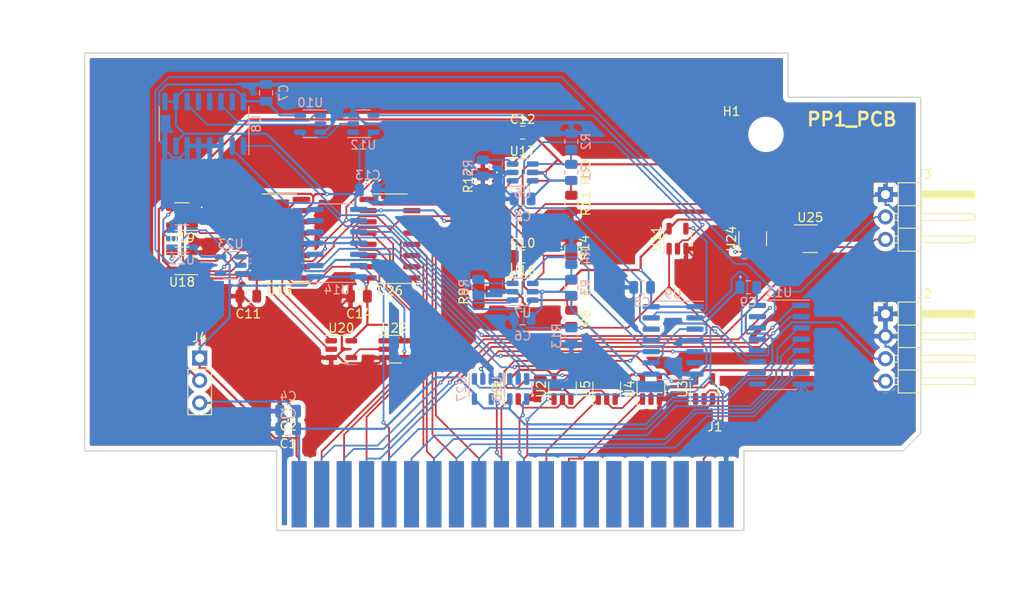
<source format=kicad_pcb>
(kicad_pcb (version 20171130) (host pcbnew "(5.1.8)-1")
  (title_block (title "UART peripheral card") (date 2021-02-22) (rev "A V1.0") (company "Guillaume Guillet") (comment 1 "Copyright Guillaume Guillet 2021") (comment 2 "Licensed under CERN-OHL-W v2 or later"))
  (layers (0 F.Cu signal) (31 B.Cu signal) (34 B.Paste user) (35 F.Paste user) (36 B.SilkS user) (37 F.SilkS user) (38 B.Mask user) (39 F.Mask user) (44 Edge.Cuts user))
  (net 0 "")
  (net 1 +5V)
  (net 2 GND)
  (net 3 +3V3)
  (net 4 /PERIPHERAL_CLK)
  (net 5 /SYNC_BIT)
  (net 6 /~RESET_CLK)
  (net 7 /BWRITE2_7)
  (net 8 /BREAD2_7)
  (net 9 /BWRITE2_6)
  (net 10 /BREAD2_6)
  (net 11 /BWRITE2_5)
  (net 12 /BREAD2_5)
  (net 13 /BWRITE2_4)
  (net 14 /BREAD2_4)
  (net 15 /BWRITE2_3)
  (net 16 /BREAD2_3)
  (net 17 /BWRITE2_2)
  (net 18 /BREAD2_2)
  (net 19 /BWRITE2_1)
  (net 20 /BREAD2_1)
  (net 21 /BWRITE2_0)
  (net 22 /BREAD2_0)
  (net 23 /BWRITE1_7)
  (net 24 /BREAD1_7)
  (net 25 /BWRITE1_6)
  (net 26 /BREAD1_6)
  (net 27 /BWRITE1_5)
  (net 28 /BREAD1_5)
  (net 29 /BWRITE1_4)
  (net 30 /BREAD1_4)
  (net 31 /BWRITE1_3)
  (net 32 /BWRITE1_0)
  (net 33 /BWRITE1_1)
  (net 34 /BWRITE1_2)
  (net 35 /BREAD1_2)
  (net 36 /BREAD1_3)
  (net 37 /BREAD1_0)
  (net 38 /BREAD1_1)
  (net 39 VCC)
  (net 40 /~CS_MODULE)
  (net 41 /CLK_MODULE)
  (net 42 /PERIPHERAL_RX)
  (net 43 /PERIPHERAL_TX)
  (net 44 "Net-(R1-Pad2)")
  (net 45 "Net-(R3-Pad2)")
  (net 46 "Net-(R5-Pad1)")
  (net 47 "Net-(R6-Pad1)")
  (net 48 "Net-(R7-Pad2)")
  (net 49 "Net-(R9-Pad1)")
  (net 50 "Net-(R10-Pad2)")
  (net 51 "Net-(R12-Pad1)")
  (net 52 /Reception/9600_BAUD)
  (net 53 /Transmission/9600_BAUD)
  (net 54 /~RST_RX_FLAG)
  (net 55 /~CLK_MODULE)
  (net 56 /~RST_TX_FLAG)
  (net 57 /~TRANSMIT)
  (net 58 /~APPLY_TX_DATA)
  (net 59 /Reception/RX_DELAYED)
  (net 60 /Reception/RECEIVING_STAT)
  (net 61 /Reception/Qd)
  (net 62 /Reception/Qc)
  (net 63 /Reception/Qb)
  (net 64 /Reception/Qa)
  (net 65 "Net-(U8-Pad15)")
  (net 66 /Reception/~INTERNAL_RESET)
  (net 67 "Net-(U9-Pad6)")
  (net 68 /RECEIVE_FLAG)
  (net 69 /Reception/~RECEIVING_STAT)
  (net 70 /Reception/STOP_CONDITION)
  (net 71 /Reception/~STOP_CONDITION)
  (net 72 "Net-(U13-Pad9)")
  (net 73 /Transmission/~TRANSMITING_STAT)
  (net 74 /Transmission/TRANSMITING_STAT)
  (net 75 /TRANSMIT_FLAG)
  (net 76 "Net-(U14-Pad6)")
  (net 77 /Transmission/~INTERNAL_RESET)
  (net 78 "Net-(U15-Pad15)")
  (net 79 /Transmission/Qa)
  (net 80 /Transmission/Qb)
  (net 81 /Transmission/Qc)
  (net 82 /Transmission/Qd)
  (net 83 /Transmission/TRANSMITING_STAT_DELAYED)
  (net 84 "Net-(U18-Pad4)")
  (net 85 "Net-(U19-Pad4)")
  (net 86 "Net-(U20-Pad4)")
  (net 87 /Transmission/ZERO)
  (net 88 /Transmission/~ZERO)
  (net 89 "Net-(U24-Pad4)")
  (net 90 /Transmission/TX_DATA)
  (net 91 "Net-(U26-Pad7)")
  (module TE_5-5530843-4_edge:TE_5-5530843-4_edge (layer F.Cu) (at 156 116.9)
    (fp_text reference J1 (at -1.27 -7.62) (layer F.SilkS))
    (fp_text value PP1_edgeConnnector_TE_5-5530843-4)
    (pad 2 smd rect (at 0 0) (size 1.7 7.5) (layers F.Cu F.Paste F.Mask) (net 40 /~CS_MODULE))
    (pad 1 smd rect (at 0 0) (size 1.7 7.5) (layers B.Cu B.Paste B.Mask) (net 2 GND))
    (pad 4 smd rect (at -2.54 0) (size 1.7 7.5) (layers F.Cu F.Paste F.Mask) (net 41 /CLK_MODULE))
    (pad 3 smd rect (at -2.54 0) (size 1.7 7.5) (layers B.Cu B.Paste B.Mask) (net 4 /PERIPHERAL_CLK))
    (pad 6 smd rect (at -5.08 0) (size 1.7 7.5) (layers F.Cu F.Paste F.Mask) (net 5 /SYNC_BIT))
    (pad 5 smd rect (at -5.08 0) (size 1.7 7.5) (layers B.Cu B.Paste B.Mask) (net 6 /~RESET_CLK))
    (pad 8 smd rect (at -7.62 0) (size 1.7 7.5) (layers F.Cu F.Paste F.Mask) (net 7 /BWRITE2_7))
    (pad 7 smd rect (at -7.62 0) (size 1.7 7.5) (layers B.Cu B.Paste B.Mask) (net 8 /BREAD2_7))
    (pad 10 smd rect (at -10.16 0) (size 1.7 7.5) (layers F.Cu F.Paste F.Mask) (net 9 /BWRITE2_6))
    (pad 9 smd rect (at -10.16 0) (size 1.7 7.5) (layers B.Cu B.Paste B.Mask) (net 10 /BREAD2_6))
    (pad 12 smd rect (at -12.7 0) (size 1.7 7.5) (layers F.Cu F.Paste F.Mask) (net 11 /BWRITE2_5))
    (pad 11 smd rect (at -12.7 0) (size 1.7 7.5) (layers B.Cu B.Paste B.Mask) (net 12 /BREAD2_5))
    (pad 14 smd rect (at -15.24 0) (size 1.7 7.5) (layers F.Cu F.Paste F.Mask) (net 13 /BWRITE2_4))
    (pad 13 smd rect (at -15.24 0) (size 1.7 7.5) (layers B.Cu B.Paste B.Mask) (net 14 /BREAD2_4))
    (pad 16 smd rect (at -17.78 0) (size 1.7 7.5) (layers F.Cu F.Paste F.Mask) (net 15 /BWRITE2_3))
    (pad 15 smd rect (at -17.78 0) (size 1.7 7.5) (layers B.Cu B.Paste B.Mask) (net 16 /BREAD2_3))
    (pad 18 smd rect (at -20.32 0) (size 1.7 7.5) (layers F.Cu F.Paste F.Mask) (net 17 /BWRITE2_2))
    (pad 17 smd rect (at -20.32 0) (size 1.7 7.5) (layers B.Cu B.Paste B.Mask) (net 18 /BREAD2_2))
    (pad 20 smd rect (at -22.86 0) (size 1.7 7.5) (layers F.Cu F.Paste F.Mask) (net 19 /BWRITE2_1))
    (pad 19 smd rect (at -22.86 0) (size 1.7 7.5) (layers B.Cu B.Paste B.Mask) (net 20 /BREAD2_1))
    (pad 22 smd rect (at -25.4 0) (size 1.7 7.5) (layers F.Cu F.Paste F.Mask) (net 21 /BWRITE2_0))
    (pad 21 smd rect (at -25.4 0) (size 1.7 7.5) (layers B.Cu B.Paste B.Mask) (net 22 /BREAD2_0))
    (pad 24 smd rect (at -27.94 0) (size 1.7 7.5) (layers F.Cu F.Paste F.Mask) (net 23 /BWRITE1_7))
    (pad 23 smd rect (at -27.94 0) (size 1.7 7.5) (layers B.Cu B.Paste B.Mask) (net 24 /BREAD1_7))
    (pad 26 smd rect (at -30.48 0) (size 1.7 7.5) (layers F.Cu F.Paste F.Mask) (net 25 /BWRITE1_6))
    (pad 25 smd rect (at -30.48 0) (size 1.7 7.5) (layers B.Cu B.Paste B.Mask) (net 26 /BREAD1_6))
    (pad 28 smd rect (at -33.02 0) (size 1.7 7.5) (layers F.Cu F.Paste F.Mask) (net 27 /BWRITE1_5))
    (pad 27 smd rect (at -33.02 0) (size 1.7 7.5) (layers B.Cu B.Paste B.Mask) (net 28 /BREAD1_5))
    (pad 30 smd rect (at -35.56 0) (size 1.7 7.5) (layers F.Cu F.Paste F.Mask) (net 29 /BWRITE1_4))
    (pad 29 smd rect (at -35.56 0) (size 1.7 7.5) (layers B.Cu B.Paste B.Mask) (net 30 /BREAD1_4))
    (pad 32 smd rect (at -38.1 0) (size 1.7 7.5) (layers F.Cu F.Paste F.Mask) (net 31 /BWRITE1_3))
    (pad 40 smd rect (at -48.26 0) (size 1.7 7.5) (layers F.Cu F.Paste F.Mask) (net 1 +5V))
    (pad 38 smd rect (at -45.72 0) (size 1.7 7.5) (layers F.Cu F.Paste F.Mask) (net 32 /BWRITE1_0))
    (pad 36 smd rect (at -43.18 0) (size 1.7 7.5) (layers F.Cu F.Paste F.Mask) (net 33 /BWRITE1_1))
    (pad 34 smd rect (at -40.64 0) (size 1.7 7.5) (layers F.Cu F.Paste F.Mask) (net 34 /BWRITE1_2))
    (pad 33 smd rect (at -40.64 0) (size 1.7 7.5) (layers B.Cu B.Paste B.Mask) (net 35 /BREAD1_2))
    (pad 31 smd rect (at -38.1 0) (size 1.7 7.5) (layers B.Cu B.Paste B.Mask) (net 36 /BREAD1_3))
    (pad 39 smd rect (at -48.26 0) (size 1.7 7.5) (layers B.Cu B.Paste B.Mask) (net 3 +3V3))
    (pad 37 smd rect (at -45.72 0) (size 1.7 7.5) (layers B.Cu B.Paste B.Mask) (net 37 /BREAD1_0))
    (pad 35 smd rect (at -43.18 0) (size 1.7 7.5) (layers B.Cu B.Paste B.Mask) (net 38 /BREAD1_1))
  )
  (module MountingHole:MountingHole_3mm (layer F.Cu) (at 160.5 76.2)
    (fp_text reference H1 (at -3.9 -2.6) (layer F.SilkS))
    (fp_text value MountingHole_3mm)
    (pad 1 np_thru_hole circle (at 0 0) (size 3 3) (drill 3) (layers *.Cu *.Mask))
  )
  (module Capacitor_SMD:C_0805_2012Metric (layer F.Cu) (at 106.5 109.5 180)
    (fp_text reference C1 (at 0 -1.68) (layer F.SilkS))
    (fp_text value 1uF)
    (pad 1 smd roundrect (at -0.95 0 180) (size 1 1.45) (layers F.Cu F.Paste F.Mask) (net 1 +5V))
    (pad 2 smd roundrect (at 0.95 0 180) (size 1 1.45) (layers F.Cu F.Paste F.Mask) (net 2 GND))
  )
  (module Capacitor_SMD:C_0805_2012Metric (layer F.Cu) (at 106.5 107.5 180)
    (fp_text reference C2 (at 0 -1.68) (layer F.SilkS))
    (fp_text value 100nF)
    (pad 2 smd roundrect (at 0.95 0 180) (size 1 1.45) (layers F.Cu F.Paste F.Mask) (net 2 GND))
    (pad 1 smd roundrect (at -0.95 0 180) (size 1 1.45) (layers F.Cu F.Paste F.Mask) (net 1 +5V))
  )
  (module Capacitor_SMD:C_0805_2012Metric (layer B.Cu) (at 106.5 109.5 180)
    (fp_text reference C3 (at 0 1.68) (layer B.SilkS) (effects (justify mirror)))
    (fp_text value 1uF)
    (pad 1 smd roundrect (at -0.95 0 180) (size 1 1.45) (layers B.Cu B.Paste B.Mask) (net 3 +3V3))
    (pad 2 smd roundrect (at 0.95 0 180) (size 1 1.45) (layers B.Cu B.Paste B.Mask) (net 2 GND))
  )
  (module Capacitor_SMD:C_0805_2012Metric (layer B.Cu) (at 106.5 107.5 180)
    (fp_text reference C4 (at 0 1.68) (layer B.SilkS) (effects (justify mirror)))
    (fp_text value 100nF)
    (pad 2 smd roundrect (at 0.95 0 180) (size 1 1.45) (layers B.Cu B.Paste B.Mask) (net 2 GND))
    (pad 1 smd roundrect (at -0.95 0 180) (size 1 1.45) (layers B.Cu B.Paste B.Mask) (net 3 +3V3))
  )
  (module Capacitor_SMD:C_0805_2012Metric (layer B.Cu) (at 133 83.5 180)
    (fp_text reference C5 (at 0 -2) (layer B.SilkS) (effects (justify mirror)))
    (fp_text value 100nF)
    (pad 1 smd roundrect (at -0.95 0 180) (size 1 1.45) (layers B.Cu B.Paste B.Mask) (net 39 VCC))
    (pad 2 smd roundrect (at 0.95 0 180) (size 1 1.45) (layers B.Cu B.Paste B.Mask) (net 2 GND))
  )
  (module Capacitor_SMD:C_0805_2012Metric (layer B.Cu) (at 133 97 180)
    (fp_text reference C6 (at 0 -2) (layer B.SilkS) (effects (justify mirror)))
    (fp_text value 100nF)
    (pad 2 smd roundrect (at 0.95 0 180) (size 1 1.45) (layers B.Cu B.Paste B.Mask) (net 2 GND))
    (pad 1 smd roundrect (at -0.95 0 180) (size 1 1.45) (layers B.Cu B.Paste B.Mask) (net 1 +5V))
  )
  (module Capacitor_SMD:C_0805_2012Metric (layer B.Cu) (at 104 71.5 270)
    (fp_text reference C7 (at 0 -2 90) (layer B.SilkS) (effects (justify mirror)))
    (fp_text value 10nF)
    (pad 1 smd roundrect (at -0.95 0 270) (size 1 1.45) (layers B.Cu B.Paste B.Mask) (net 2 GND))
    (pad 2 smd roundrect (at 0.95 0 270) (size 1 1.45) (layers B.Cu B.Paste B.Mask) (net 1 +5V))
  )
  (module Capacitor_SMD:C_0805_2012Metric (layer B.Cu) (at 146.5 93.5)
    (fp_text reference C8 (at 0 1.68) (layer B.SilkS) (effects (justify mirror)))
    (fp_text value 10nF)
    (pad 2 smd roundrect (at 0.95 0) (size 1 1.45) (layers B.Cu B.Paste B.Mask) (net 1 +5V))
    (pad 1 smd roundrect (at -0.95 0) (size 1 1.45) (layers B.Cu B.Paste B.Mask) (net 2 GND))
  )
  (module Capacitor_SMD:C_0805_2012Metric (layer B.Cu) (at 158.5 93.5)
    (fp_text reference C9 (at 0 1.68) (layer B.SilkS) (effects (justify mirror)))
    (fp_text value 10nF)
    (pad 2 smd roundrect (at 0.95 0) (size 1 1.45) (layers B.Cu B.Paste B.Mask) (net 3 +3V3))
    (pad 1 smd roundrect (at -0.95 0) (size 1 1.45) (layers B.Cu B.Paste B.Mask) (net 2 GND))
  )
  (module Capacitor_SMD:C_0805_2012Metric (layer F.Cu) (at 133 90 180)
    (fp_text reference C10 (at 0 1.5) (layer F.SilkS))
    (fp_text value 100nF)
    (pad 2 smd roundrect (at 0.95 0 180) (size 1 1.45) (layers F.Cu F.Paste F.Mask) (net 2 GND))
    (pad 1 smd roundrect (at -0.95 0 180) (size 1 1.45) (layers F.Cu F.Paste F.Mask) (net 1 +5V))
  )
  (module Capacitor_SMD:C_0805_2012Metric (layer F.Cu) (at 102 94.5)
    (fp_text reference C11 (at 0 2) (layer F.SilkS))
    (fp_text value 10nF)
    (pad 1 smd roundrect (at -0.95 0) (size 1 1.45) (layers F.Cu F.Paste F.Mask) (net 2 GND))
    (pad 2 smd roundrect (at 0.95 0) (size 1 1.45) (layers F.Cu F.Paste F.Mask) (net 1 +5V))
  )
  (module Capacitor_SMD:C_0805_2012Metric (layer F.Cu) (at 133 76 180)
    (fp_text reference C12 (at 0 1.5) (layer F.SilkS))
    (fp_text value 100nF)
    (pad 1 smd roundrect (at -0.95 0 180) (size 1 1.45) (layers F.Cu F.Paste F.Mask) (net 39 VCC))
    (pad 2 smd roundrect (at 0.95 0 180) (size 1 1.45) (layers F.Cu F.Paste F.Mask) (net 2 GND))
  )
  (module Capacitor_SMD:C_0805_2012Metric (layer B.Cu) (at 115.5 82.5 180)
    (fp_text reference C13 (at 0 1.68) (layer B.SilkS) (effects (justify mirror)))
    (fp_text value 10nF)
    (pad 1 smd roundrect (at -0.95 0 180) (size 1 1.45) (layers B.Cu B.Paste B.Mask) (net 2 GND))
    (pad 2 smd roundrect (at 0.95 0 180) (size 1 1.45) (layers B.Cu B.Paste B.Mask) (net 1 +5V))
  )
  (module Capacitor_SMD:C_0805_2012Metric (layer F.Cu) (at 114.5 94.5)
    (fp_text reference C14 (at 0 2) (layer F.SilkS))
    (fp_text value 10nF)
    (pad 2 smd roundrect (at 0.95 0) (size 1 1.45) (layers F.Cu F.Paste F.Mask) (net 1 +5V))
    (pad 1 smd roundrect (at -0.95 0) (size 1 1.45) (layers F.Cu F.Paste F.Mask) (net 2 GND))
  )
  (module Connector_PinHeader_2.54mm:PinHeader_1x04_P2.54mm_Horizontal (layer F.Cu) (at 174 96.5)
    (fp_text reference J2 (at 4.385 -2.27) (layer F.SilkS))
    (fp_text value power_connector)
    (pad 1 thru_hole rect (at 0 0) (size 1.7 1.7) (drill 1) (layers *.Cu *.Mask) (net 2 GND))
    (pad 2 thru_hole oval (at 0 2.54) (size 1.7 1.7) (drill 1) (layers *.Cu *.Mask) (net 2 GND))
    (pad 3 thru_hole oval (at 0 5.08) (size 1.7 1.7) (drill 1) (layers *.Cu *.Mask) (net 3 +3V3))
    (pad 4 thru_hole oval (at 0 7.62) (size 1.7 1.7) (drill 1) (layers *.Cu *.Mask) (net 1 +5V))
  )
  (module Connector_PinHeader_2.54mm:PinHeader_1x03_P2.54mm_Horizontal (layer F.Cu) (at 174 83)
    (fp_text reference J3 (at 4.385 -2.27) (layer F.SilkS))
    (fp_text value UART_connector)
    (pad 1 thru_hole rect (at 0 0) (size 1.7 1.7) (drill 1) (layers *.Cu *.Mask) (net 2 GND))
    (pad 2 thru_hole oval (at 0 2.54) (size 1.7 1.7) (drill 1) (layers *.Cu *.Mask) (net 42 /PERIPHERAL_RX))
    (pad 3 thru_hole oval (at 0 5.08) (size 1.7 1.7) (drill 1) (layers *.Cu *.Mask) (net 43 /PERIPHERAL_TX))
  )
  (module Connector_PinHeader_2.54mm:PinHeader_1x03_P2.54mm_Vertical (layer F.Cu) (at 96.5 101.5)
    (fp_text reference J4 (at 0 -2.33) (layer F.SilkS))
    (fp_text value OUTPUT_MODE)
    (pad 1 thru_hole rect (at 0 0) (size 1.7 1.7) (drill 1) (layers *.Cu *.Mask) (net 1 +5V))
    (pad 2 thru_hole oval (at 0 2.54) (size 1.7 1.7) (drill 1) (layers *.Cu *.Mask) (net 39 VCC))
    (pad 3 thru_hole oval (at 0 5.08) (size 1.7 1.7) (drill 1) (layers *.Cu *.Mask) (net 3 +3V3))
  )
  (module Resistor_SMD:R_0805_2012Metric (layer B.Cu) (at 138.5 80.5 90)
    (fp_text reference R1 (at 0 1.65 90) (layer B.SilkS) (effects (justify mirror)))
    (fp_text value 102k)
    (pad 1 smd roundrect (at -0.9125 0 90) (size 1.025 1.4) (layers B.Cu B.Paste B.Mask) (roundrect_rratio 0.243902) (net 39 VCC))
    (pad 2 smd roundrect (at 0.9125 0 90) (size 1.025 1.4) (layers B.Cu B.Paste B.Mask) (roundrect_rratio 0.243902) (net 44 "Net-(R1-Pad2)"))
  )
  (module Resistor_SMD:R_0805_2012Metric (layer B.Cu) (at 138.5 77 90)
    (fp_text reference R2 (at 0 1.65 90) (layer B.SilkS) (effects (justify mirror)))
    (fp_text value 976k)
    (pad 2 smd roundrect (at 0.9125 0 90) (size 1.025 1.4) (layers B.Cu B.Paste B.Mask) (roundrect_rratio 0.243902) (net 2 GND))
    (pad 1 smd roundrect (at -0.9125 0 90) (size 1.025 1.4) (layers B.Cu B.Paste B.Mask) (roundrect_rratio 0.243902) (net 44 "Net-(R1-Pad2)"))
  )
  (module Resistor_SMD:R_0805_2012Metric (layer B.Cu) (at 138.5 93.5 90)
    (fp_text reference R3 (at 0 1.65 90) (layer B.SilkS) (effects (justify mirror)))
    (fp_text value 1M)
    (pad 1 smd roundrect (at -0.9125 0 90) (size 1.025 1.4) (layers B.Cu B.Paste B.Mask) (roundrect_rratio 0.243902) (net 1 +5V))
    (pad 2 smd roundrect (at 0.9125 0 90) (size 1.025 1.4) (layers B.Cu B.Paste B.Mask) (roundrect_rratio 0.243902) (net 45 "Net-(R3-Pad2)"))
  )
  (module Resistor_SMD:R_0805_2012Metric (layer B.Cu) (at 138.5 90 90)
    (fp_text reference R4 (at 0 1.65 90) (layer B.SilkS) (effects (justify mirror)))
    (fp_text value 280k)
    (pad 2 smd roundrect (at 0.9125 0 90) (size 1.025 1.4) (layers B.Cu B.Paste B.Mask) (roundrect_rratio 0.243902) (net 2 GND))
    (pad 1 smd roundrect (at -0.9125 0 90) (size 1.025 1.4) (layers B.Cu B.Paste B.Mask) (roundrect_rratio 0.243902) (net 45 "Net-(R3-Pad2)"))
  )
  (module Resistor_SMD:R_0805_2012Metric (layer B.Cu) (at 128.5 80 270)
    (fp_text reference R5 (at 0 1.65 270) (layer B.SilkS) (effects (justify mirror)))
    (fp_text value 243k)
    (pad 1 smd roundrect (at -0.9125 0 270) (size 1.025 1.4) (layers B.Cu B.Paste B.Mask) (roundrect_rratio 0.243902) (net 46 "Net-(R5-Pad1)"))
    (pad 2 smd roundrect (at 0.9125 0 270) (size 1.025 1.4) (layers B.Cu B.Paste B.Mask) (roundrect_rratio 0.243902) (net 2 GND))
  )
  (module Resistor_SMD:R_0805_2012Metric (layer B.Cu) (at 128 93.5 270)
    (fp_text reference R6 (at 0 1.65 90) (layer B.SilkS) (effects (justify mirror)))
    (fp_text value 649k)
    (pad 1 smd roundrect (at -0.9125 0 270) (size 1.025 1.4) (layers B.Cu B.Paste B.Mask) (roundrect_rratio 0.243902) (net 47 "Net-(R6-Pad1)"))
    (pad 2 smd roundrect (at 0.9125 0 270) (size 1.025 1.4) (layers B.Cu B.Paste B.Mask) (roundrect_rratio 0.243902) (net 2 GND))
  )
  (module Resistor_SMD:R_0805_2012Metric (layer F.Cu) (at 138.5 93.5875 270)
    (fp_text reference R7 (at 0 -1.65 90) (layer F.SilkS))
    (fp_text value 1M)
    (pad 2 smd roundrect (at 0.9125 0 270) (size 1.025 1.4) (layers F.Cu F.Paste F.Mask) (roundrect_rratio 0.243902) (net 48 "Net-(R7-Pad2)"))
    (pad 1 smd roundrect (at -0.9125 0 270) (size 1.025 1.4) (layers F.Cu F.Paste F.Mask) (roundrect_rratio 0.243902) (net 1 +5V))
  )
  (module Resistor_SMD:R_0805_2012Metric (layer F.Cu) (at 138.5 97 270)
    (fp_text reference R8 (at 0 -1.65 90) (layer F.SilkS))
    (fp_text value 280k)
    (pad 1 smd roundrect (at -0.9125 0 270) (size 1.025 1.4) (layers F.Cu F.Paste F.Mask) (roundrect_rratio 0.243902) (net 48 "Net-(R7-Pad2)"))
    (pad 2 smd roundrect (at 0.9125 0 270) (size 1.025 1.4) (layers F.Cu F.Paste F.Mask) (roundrect_rratio 0.243902) (net 2 GND))
  )
  (module Resistor_SMD:R_0805_2012Metric (layer F.Cu) (at 128 94.5 90)
    (fp_text reference R9 (at 0 -1.65 90) (layer F.SilkS))
    (fp_text value 649k)
    (pad 2 smd roundrect (at 0.9125 0 90) (size 1.025 1.4) (layers F.Cu F.Paste F.Mask) (roundrect_rratio 0.243902) (net 2 GND))
    (pad 1 smd roundrect (at -0.9125 0 90) (size 1.025 1.4) (layers F.Cu F.Paste F.Mask) (roundrect_rratio 0.243902) (net 49 "Net-(R9-Pad1)"))
  )
  (module Resistor_SMD:R_0805_2012Metric (layer F.Cu) (at 138.5 80.5 270)
    (fp_text reference R10 (at 0 -1.65 90) (layer F.SilkS))
    (fp_text value 976k)
    (pad 2 smd roundrect (at 0.9125 0 270) (size 1.025 1.4) (layers F.Cu F.Paste F.Mask) (roundrect_rratio 0.243902) (net 50 "Net-(R10-Pad2)"))
    (pad 1 smd roundrect (at -0.9125 0 270) (size 1.025 1.4) (layers F.Cu F.Paste F.Mask) (roundrect_rratio 0.243902) (net 39 VCC))
  )
  (module Resistor_SMD:R_0805_2012Metric (layer F.Cu) (at 138.5 84 270)
    (fp_text reference R11 (at 0 -1.65 90) (layer F.SilkS))
    (fp_text value 102k)
    (pad 2 smd roundrect (at 0.9125 0 270) (size 1.025 1.4) (layers F.Cu F.Paste F.Mask) (roundrect_rratio 0.243902) (net 2 GND))
    (pad 1 smd roundrect (at -0.9125 0 270) (size 1.025 1.4) (layers F.Cu F.Paste F.Mask) (roundrect_rratio 0.243902) (net 50 "Net-(R10-Pad2)"))
  )
  (module Resistor_SMD:R_0805_2012Metric (layer F.Cu) (at 128.5 81.4125 90)
    (fp_text reference R12 (at 0 -1.65 90) (layer F.SilkS))
    (fp_text value 562k)
    (pad 1 smd roundrect (at -0.9125 0 90) (size 1.025 1.4) (layers F.Cu F.Paste F.Mask) (roundrect_rratio 0.243902) (net 51 "Net-(R12-Pad1)"))
    (pad 2 smd roundrect (at 0.9125 0 90) (size 1.025 1.4) (layers F.Cu F.Paste F.Mask) (roundrect_rratio 0.243902) (net 2 GND))
  )
  (module Resistor_SMD:R_0805_2012Metric (layer B.Cu) (at 138.5 99 270)
    (fp_text reference R13 (at 0 1.65 90) (layer B.SilkS) (effects (justify mirror)))
    (fp_text value 10k)
    (pad 1 smd roundrect (at -0.9125 0 270) (size 1.025 1.4) (layers B.Cu B.Paste B.Mask) (roundrect_rratio 0.243902) (net 52 /Reception/9600_BAUD))
    (pad 2 smd roundrect (at 0.9125 0 270) (size 1.025 1.4) (layers B.Cu B.Paste B.Mask) (roundrect_rratio 0.243902) (net 2 GND))
  )
  (module Resistor_SMD:R_0805_2012Metric (layer F.Cu) (at 138.5 89 90)
    (fp_text reference R14 (at 0 1.5 90) (layer F.SilkS))
    (fp_text value 10k)
    (pad 2 smd roundrect (at 0.9125 0 90) (size 1.025 1.4) (layers F.Cu F.Paste F.Mask) (roundrect_rratio 0.243902) (net 2 GND))
    (pad 1 smd roundrect (at -0.9125 0 90) (size 1.025 1.4) (layers F.Cu F.Paste F.Mask) (roundrect_rratio 0.243902) (net 53 /Transmission/9600_BAUD))
  )
  (module Package_TO_SOT_SMD:SOT-23-5 (layer F.Cu) (at 132.5 105 90)
    (fp_text reference U1 (at 0 -2.4 90) (layer F.SilkS))
    (fp_text value 74AHC1G32)
    (pad 5 smd roundrect (at 1.1375 -0.95 90) (size 1.325 0.6) (layers F.Cu F.Paste F.Mask) (net 1 +5V))
    (pad 4 smd roundrect (at 1.1375 0.95 90) (size 1.325 0.6) (layers F.Cu F.Paste F.Mask) (net 54 /~RST_RX_FLAG))
    (pad 3 smd roundrect (at -1.1375 0.95 90) (size 1.325 0.6) (layers F.Cu F.Paste F.Mask) (net 2 GND))
    (pad 2 smd roundrect (at -1.1375 0 90) (size 1.325 0.6) (layers F.Cu F.Paste F.Mask) (net 55 /~CLK_MODULE))
    (pad 1 smd roundrect (at -1.1375 -0.95 90) (size 1.325 0.6) (layers F.Cu F.Paste F.Mask) (net 21 /BWRITE2_0))
  )
  (module Package_TO_SOT_SMD:SOT-23-5 (layer F.Cu) (at 137.5 105 90)
    (fp_text reference U2 (at 0 -2.4 90) (layer F.SilkS))
    (fp_text value 74AHC1G32)
    (pad 1 smd roundrect (at -1.1375 -0.95 90) (size 1.325 0.6) (layers F.Cu F.Paste F.Mask) (net 19 /BWRITE2_1))
    (pad 2 smd roundrect (at -1.1375 0 90) (size 1.325 0.6) (layers F.Cu F.Paste F.Mask) (net 55 /~CLK_MODULE))
    (pad 3 smd roundrect (at -1.1375 0.95 90) (size 1.325 0.6) (layers F.Cu F.Paste F.Mask) (net 2 GND))
    (pad 4 smd roundrect (at 1.1375 0.95 90) (size 1.325 0.6) (layers F.Cu F.Paste F.Mask) (net 56 /~RST_TX_FLAG))
    (pad 5 smd roundrect (at 1.1375 -0.95 90) (size 1.325 0.6) (layers F.Cu F.Paste F.Mask) (net 1 +5V))
  )
  (module Package_TO_SOT_SMD:SOT-23-5 (layer F.Cu) (at 153.5 105 90)
    (fp_text reference U3 (at 0 -2.4 90) (layer F.SilkS))
    (fp_text value 74AHC1G04)
    (pad 1 smd roundrect (at -1.1375 -0.95 90) (size 1.325 0.6) (layers F.Cu F.Paste F.Mask))
    (pad 2 smd roundrect (at -1.1375 0 90) (size 1.325 0.6) (layers F.Cu F.Paste F.Mask) (net 41 /CLK_MODULE))
    (pad 3 smd roundrect (at -1.1375 0.95 90) (size 1.325 0.6) (layers F.Cu F.Paste F.Mask) (net 2 GND))
    (pad 4 smd roundrect (at 1.1375 0.95 90) (size 1.325 0.6) (layers F.Cu F.Paste F.Mask) (net 55 /~CLK_MODULE))
    (pad 5 smd roundrect (at 1.1375 -0.95 90) (size 1.325 0.6) (layers F.Cu F.Paste F.Mask) (net 1 +5V))
  )
  (module Package_TO_SOT_SMD:SOT-23-5 (layer F.Cu) (at 147.5 105 90)
    (fp_text reference U4 (at 0 -2.4 90) (layer F.SilkS))
    (fp_text value 74AHC1G32)
    (pad 1 smd roundrect (at -1.1375 -0.95 90) (size 1.325 0.6) (layers F.Cu F.Paste F.Mask) (net 15 /BWRITE2_3))
    (pad 2 smd roundrect (at -1.1375 0 90) (size 1.325 0.6) (layers F.Cu F.Paste F.Mask) (net 55 /~CLK_MODULE))
    (pad 3 smd roundrect (at -1.1375 0.95 90) (size 1.325 0.6) (layers F.Cu F.Paste F.Mask) (net 2 GND))
    (pad 4 smd roundrect (at 1.1375 0.95 90) (size 1.325 0.6) (layers F.Cu F.Paste F.Mask) (net 57 /~TRANSMIT))
    (pad 5 smd roundrect (at 1.1375 -0.95 90) (size 1.325 0.6) (layers F.Cu F.Paste F.Mask) (net 1 +5V))
  )
  (module Package_TO_SOT_SMD:SOT-23-5 (layer F.Cu) (at 142.5 105 90)
    (fp_text reference U5 (at 0 -2.4 90) (layer F.SilkS))
    (fp_text value 74AHC1G32)
    (pad 5 smd roundrect (at 1.1375 -0.95 90) (size 1.325 0.6) (layers F.Cu F.Paste F.Mask) (net 1 +5V))
    (pad 4 smd roundrect (at 1.1375 0.95 90) (size 1.325 0.6) (layers F.Cu F.Paste F.Mask) (net 58 /~APPLY_TX_DATA))
    (pad 3 smd roundrect (at -1.1375 0.95 90) (size 1.325 0.6) (layers F.Cu F.Paste F.Mask) (net 2 GND))
    (pad 2 smd roundrect (at -1.1375 0 90) (size 1.325 0.6) (layers F.Cu F.Paste F.Mask) (net 55 /~CLK_MODULE))
    (pad 1 smd roundrect (at -1.1375 -0.95 90) (size 1.325 0.6) (layers F.Cu F.Paste F.Mask) (net 17 /BWRITE2_2))
  )
  (module Package_TO_SOT_SMD:SOT-23-6 (layer B.Cu) (at 133 80.5)
    (fp_text reference U6 (at 0 2.4) (layer B.SilkS) (effects (justify mirror)))
    (fp_text value LTC6994xS6-1)
    (pad 1 smd roundrect (at -1.1375 0.95) (size 1.325 0.6) (layers B.Cu B.Paste B.Mask) (net 42 /PERIPHERAL_RX))
    (pad 2 smd roundrect (at -1.1375 0) (size 1.325 0.6) (layers B.Cu B.Paste B.Mask) (net 2 GND))
    (pad 3 smd roundrect (at -1.1375 -0.95) (size 1.325 0.6) (layers B.Cu B.Paste B.Mask) (net 46 "Net-(R5-Pad1)"))
    (pad 4 smd roundrect (at 1.1375 -0.95) (size 1.325 0.6) (layers B.Cu B.Paste B.Mask) (net 44 "Net-(R1-Pad2)"))
    (pad 5 smd roundrect (at 1.1375 0) (size 1.325 0.6) (layers B.Cu B.Paste B.Mask) (net 39 VCC))
    (pad 6 smd roundrect (at 1.1375 0.95) (size 1.325 0.6) (layers B.Cu B.Paste B.Mask) (net 59 /Reception/RX_DELAYED))
  )
  (module Package_TO_SOT_SMD:SOT-23-6 (layer B.Cu) (at 133 94)
    (fp_text reference U7 (at 0 2.4) (layer B.SilkS) (effects (justify mirror)))
    (fp_text value LTC6990CS6)
    (pad 6 smd roundrect (at 1.1375 0.95) (size 1.325 0.6) (layers B.Cu B.Paste B.Mask) (net 52 /Reception/9600_BAUD))
    (pad 5 smd roundrect (at 1.1375 0) (size 1.325 0.6) (layers B.Cu B.Paste B.Mask) (net 1 +5V))
    (pad 4 smd roundrect (at 1.1375 -0.95) (size 1.325 0.6) (layers B.Cu B.Paste B.Mask) (net 45 "Net-(R3-Pad2)"))
    (pad 3 smd roundrect (at -1.1375 -0.95) (size 1.325 0.6) (layers B.Cu B.Paste B.Mask) (net 47 "Net-(R6-Pad1)"))
    (pad 2 smd roundrect (at -1.1375 0) (size 1.325 0.6) (layers B.Cu B.Paste B.Mask) (net 2 GND))
    (pad 1 smd roundrect (at -1.1375 0.95) (size 1.325 0.6) (layers B.Cu B.Paste B.Mask) (net 60 /Reception/RECEIVING_STAT))
  )
  (module Package_SO:SOP-16_3.9x9.9mm_P1.27mm (layer B.Cu) (at 97 75 90)
    (fp_text reference U8 (at 0 5.9 90) (layer B.SilkS) (effects (justify mirror)))
    (fp_text value CD74AC161M)
    (pad 1 smd roundrect (at -2.5 4.445 90) (size 2 0.6) (layers B.Cu B.Paste B.Mask) (net 60 /Reception/RECEIVING_STAT))
    (pad 2 smd roundrect (at -2.5 3.175 90) (size 2 0.6) (layers B.Cu B.Paste B.Mask) (net 52 /Reception/9600_BAUD))
    (pad 3 smd roundrect (at -2.5 1.905 90) (size 2 0.6) (layers B.Cu B.Paste B.Mask) (net 2 GND))
    (pad 4 smd roundrect (at -2.5 0.635 90) (size 2 0.6) (layers B.Cu B.Paste B.Mask) (net 2 GND))
    (pad 5 smd roundrect (at -2.5 -0.635 90) (size 2 0.6) (layers B.Cu B.Paste B.Mask) (net 2 GND))
    (pad 6 smd roundrect (at -2.5 -1.905 90) (size 2 0.6) (layers B.Cu B.Paste B.Mask) (net 2 GND))
    (pad 7 smd roundrect (at -2.5 -3.175 90) (size 2 0.6) (layers B.Cu B.Paste B.Mask) (net 1 +5V))
    (pad 8 smd roundrect (at -2.5 -4.445 90) (size 2 0.6) (layers B.Cu B.Paste B.Mask) (net 2 GND))
    (pad 9 smd roundrect (at 2.5 -4.445 90) (size 2 0.6) (layers B.Cu B.Paste B.Mask) (net 1 +5V))
    (pad 10 smd roundrect (at 2.5 -3.175 90) (size 2 0.6) (layers B.Cu B.Paste B.Mask) (net 1 +5V))
    (pad 11 smd roundrect (at 2.5 -1.905 90) (size 2 0.6) (layers B.Cu B.Paste B.Mask) (net 61 /Reception/Qd))
    (pad 12 smd roundrect (at 2.5 -0.635 90) (size 2 0.6) (layers B.Cu B.Paste B.Mask) (net 62 /Reception/Qc))
    (pad 13 smd roundrect (at 2.5 0.635 90) (size 2 0.6) (layers B.Cu B.Paste B.Mask) (net 63 /Reception/Qb))
    (pad 14 smd roundrect (at 2.5 1.905 90) (size 2 0.6) (layers B.Cu B.Paste B.Mask) (net 64 /Reception/Qa))
    (pad 15 smd roundrect (at 2.5 3.175 90) (size 2 0.6) (layers B.Cu B.Paste B.Mask) (net 65 "Net-(U8-Pad15)"))
    (pad 16 smd roundrect (at 2.5 4.445 90) (size 2 0.6) (layers B.Cu B.Paste B.Mask) (net 1 +5V))
  )
  (module Package_SO:SO-14_3.9x8.65mm_P1.27mm (layer B.Cu) (at 150 99.5 180)
    (fp_text reference U9 (at 0 5.28) (layer B.SilkS) (effects (justify mirror)))
    (fp_text value 74HCT107)
    (pad 14 smd roundrect (at 2.475 3.81 180) (size 1.95 0.6) (layers B.Cu B.Paste B.Mask) (net 1 +5V))
    (pad 13 smd roundrect (at 2.475 2.54 180) (size 1.95 0.6) (layers B.Cu B.Paste B.Mask) (net 66 /Reception/~INTERNAL_RESET))
    (pad 12 smd roundrect (at 2.475 1.27 180) (size 1.95 0.6) (layers B.Cu B.Paste B.Mask) (net 59 /Reception/RX_DELAYED))
    (pad 11 smd roundrect (at 2.475 0 180) (size 1.95 0.6) (layers B.Cu B.Paste B.Mask) (net 2 GND))
    (pad 10 smd roundrect (at 2.475 -1.27 180) (size 1.95 0.6) (layers B.Cu B.Paste B.Mask) (net 54 /~RST_RX_FLAG))
    (pad 9 smd roundrect (at 2.475 -2.54 180) (size 1.95 0.6) (layers B.Cu B.Paste B.Mask) (net 60 /Reception/RECEIVING_STAT))
    (pad 8 smd roundrect (at 2.475 -3.81 180) (size 1.95 0.6) (layers B.Cu B.Paste B.Mask) (net 1 +5V))
    (pad 7 smd roundrect (at -2.475 -3.81 180) (size 1.95 0.6) (layers B.Cu B.Paste B.Mask) (net 2 GND))
    (pad 6 smd roundrect (at -2.475 -2.54 180) (size 1.95 0.6) (layers B.Cu B.Paste B.Mask) (net 67 "Net-(U9-Pad6)"))
    (pad 5 smd roundrect (at -2.475 -1.27 180) (size 1.95 0.6) (layers B.Cu B.Paste B.Mask) (net 68 /RECEIVE_FLAG))
    (pad 4 smd roundrect (at -2.475 0 180) (size 1.95 0.6) (layers B.Cu B.Paste B.Mask) (net 2 GND))
    (pad 3 smd roundrect (at -2.475 1.27 180) (size 1.95 0.6) (layers B.Cu B.Paste B.Mask) (net 60 /Reception/RECEIVING_STAT))
    (pad 2 smd roundrect (at -2.475 2.54 180) (size 1.95 0.6) (layers B.Cu B.Paste B.Mask) (net 69 /Reception/~RECEIVING_STAT))
    (pad 1 smd roundrect (at -2.475 3.81 180) (size 1.95 0.6) (layers B.Cu B.Paste B.Mask) (net 1 +5V))
  )
  (module Package_TO_SOT_SMD:SOT-23-5 (layer B.Cu) (at 109 75 180)
    (fp_text reference U10 (at 0 2.4) (layer B.SilkS) (effects (justify mirror)))
    (fp_text value 74AHC1G08)
    (pad 1 smd roundrect (at -1.1375 0.95 180) (size 1.325 0.6) (layers B.Cu B.Paste B.Mask) (net 64 /Reception/Qa))
    (pad 2 smd roundrect (at -1.1375 0 180) (size 1.325 0.6) (layers B.Cu B.Paste B.Mask) (net 61 /Reception/Qd))
    (pad 3 smd roundrect (at -1.1375 -0.95 180) (size 1.325 0.6) (layers B.Cu B.Paste B.Mask) (net 2 GND))
    (pad 4 smd roundrect (at 1.1375 -0.95 180) (size 1.325 0.6) (layers B.Cu B.Paste B.Mask) (net 70 /Reception/STOP_CONDITION))
    (pad 5 smd roundrect (at 1.1375 0.95 180) (size 1.325 0.6) (layers B.Cu B.Paste B.Mask) (net 1 +5V))
  )
  (module Package_TO_SOT_SMD:SOT-23-5 (layer F.Cu) (at 150.5 88 90)
    (fp_text reference U11 (at 0 -2.4 90) (layer F.SilkS))
    (fp_text value 74AHC1G32)
    (pad 1 smd roundrect (at -1.1375 -0.95 90) (size 1.325 0.6) (layers F.Cu F.Paste F.Mask) (net 52 /Reception/9600_BAUD))
    (pad 2 smd roundrect (at -1.1375 0 90) (size 1.325 0.6) (layers F.Cu F.Paste F.Mask) (net 71 /Reception/~STOP_CONDITION))
    (pad 3 smd roundrect (at -1.1375 0.95 90) (size 1.325 0.6) (layers F.Cu F.Paste F.Mask) (net 2 GND))
    (pad 4 smd roundrect (at 1.1375 0.95 90) (size 1.325 0.6) (layers F.Cu F.Paste F.Mask) (net 66 /Reception/~INTERNAL_RESET))
    (pad 5 smd roundrect (at 1.1375 -0.95 90) (size 1.325 0.6) (layers F.Cu F.Paste F.Mask) (net 1 +5V))
  )
  (module Package_TO_SOT_SMD:SOT-23-5 (layer B.Cu) (at 115 75)
    (fp_text reference U12 (at 0 2.4) (layer B.SilkS) (effects (justify mirror)))
    (fp_text value 74AHC1G04)
    (pad 5 smd roundrect (at 1.1375 0.95) (size 1.325 0.6) (layers B.Cu B.Paste B.Mask) (net 1 +5V))
    (pad 4 smd roundrect (at 1.1375 -0.95) (size 1.325 0.6) (layers B.Cu B.Paste B.Mask) (net 71 /Reception/~STOP_CONDITION))
    (pad 3 smd roundrect (at -1.1375 -0.95) (size 1.325 0.6) (layers B.Cu B.Paste B.Mask) (net 2 GND))
    (pad 2 smd roundrect (at -1.1375 0) (size 1.325 0.6) (layers B.Cu B.Paste B.Mask) (net 70 /Reception/STOP_CONDITION))
    (pad 1 smd roundrect (at -1.1375 0.95) (size 1.325 0.6) (layers B.Cu B.Paste B.Mask))
  )
  (module Package_SO:SOIC-16_3.9x9.9mm_P1.27mm (layer B.Cu) (at 162 100 180)
    (fp_text reference U13 (at 0 5.9) (layer B.SilkS) (effects (justify mirror)))
    (fp_text value 74AHC595)
    (pad 1 smd roundrect (at -2.475 4.445 180) (size 1.95 0.6) (layers B.Cu B.Paste B.Mask) (net 38 /BREAD1_1))
    (pad 2 smd roundrect (at -2.475 3.175 180) (size 1.95 0.6) (layers B.Cu B.Paste B.Mask) (net 35 /BREAD1_2))
    (pad 3 smd roundrect (at -2.475 1.905 180) (size 1.95 0.6) (layers B.Cu B.Paste B.Mask) (net 36 /BREAD1_3))
    (pad 4 smd roundrect (at -2.475 0.635 180) (size 1.95 0.6) (layers B.Cu B.Paste B.Mask) (net 30 /BREAD1_4))
    (pad 5 smd roundrect (at -2.475 -0.635 180) (size 1.95 0.6) (layers B.Cu B.Paste B.Mask) (net 28 /BREAD1_5))
    (pad 6 smd roundrect (at -2.475 -1.905 180) (size 1.95 0.6) (layers B.Cu B.Paste B.Mask) (net 26 /BREAD1_6))
    (pad 7 smd roundrect (at -2.475 -3.175 180) (size 1.95 0.6) (layers B.Cu B.Paste B.Mask) (net 24 /BREAD1_7))
    (pad 8 smd roundrect (at -2.475 -4.445 180) (size 1.95 0.6) (layers B.Cu B.Paste B.Mask) (net 2 GND))
    (pad 9 smd roundrect (at 2.475 -4.445 180) (size 1.95 0.6) (layers B.Cu B.Paste B.Mask) (net 72 "Net-(U13-Pad9)"))
    (pad 10 smd roundrect (at 2.475 -3.175 180) (size 1.95 0.6) (layers B.Cu B.Paste B.Mask) (net 3 +3V3))
    (pad 11 smd roundrect (at 2.475 -1.905 180) (size 1.95 0.6) (layers B.Cu B.Paste B.Mask) (net 52 /Reception/9600_BAUD))
    (pad 12 smd roundrect (at 2.475 -0.635 180) (size 1.95 0.6) (layers B.Cu B.Paste B.Mask) (net 69 /Reception/~RECEIVING_STAT))
    (pad 13 smd roundrect (at 2.475 0.635 180) (size 1.95 0.6) (layers B.Cu B.Paste B.Mask) (net 40 /~CS_MODULE))
    (pad 14 smd roundrect (at 2.475 1.905 180) (size 1.95 0.6) (layers B.Cu B.Paste B.Mask) (net 42 /PERIPHERAL_RX))
    (pad 15 smd roundrect (at 2.475 3.175 180) (size 1.95 0.6) (layers B.Cu B.Paste B.Mask) (net 37 /BREAD1_0))
    (pad 16 smd roundrect (at 2.475 4.445 180) (size 1.95 0.6) (layers B.Cu B.Paste B.Mask) (net 3 +3V3))
  )
  (module Package_SO:SO-14_3.9x8.65mm_P1.27mm (layer B.Cu) (at 112 88.5)
    (fp_text reference U14 (at 0 5.28) (layer B.SilkS) (effects (justify mirror)))
    (fp_text value 74HCT107)
    (pad 1 smd roundrect (at -2.475 3.81) (size 1.95 0.6) (layers B.Cu B.Paste B.Mask) (net 1 +5V))
    (pad 2 smd roundrect (at -2.475 2.54) (size 1.95 0.6) (layers B.Cu B.Paste B.Mask) (net 73 /Transmission/~TRANSMITING_STAT))
    (pad 3 smd roundrect (at -2.475 1.27) (size 1.95 0.6) (layers B.Cu B.Paste B.Mask) (net 74 /Transmission/TRANSMITING_STAT))
    (pad 4 smd roundrect (at -2.475 0) (size 1.95 0.6) (layers B.Cu B.Paste B.Mask) (net 2 GND))
    (pad 5 smd roundrect (at -2.475 -1.27) (size 1.95 0.6) (layers B.Cu B.Paste B.Mask) (net 75 /TRANSMIT_FLAG))
    (pad 6 smd roundrect (at -2.475 -2.54) (size 1.95 0.6) (layers B.Cu B.Paste B.Mask) (net 76 "Net-(U14-Pad6)"))
    (pad 7 smd roundrect (at -2.475 -3.81) (size 1.95 0.6) (layers B.Cu B.Paste B.Mask) (net 2 GND))
    (pad 8 smd roundrect (at 2.475 -3.81) (size 1.95 0.6) (layers B.Cu B.Paste B.Mask) (net 1 +5V))
    (pad 9 smd roundrect (at 2.475 -2.54) (size 1.95 0.6) (layers B.Cu B.Paste B.Mask) (net 74 /Transmission/TRANSMITING_STAT))
    (pad 10 smd roundrect (at 2.475 -1.27) (size 1.95 0.6) (layers B.Cu B.Paste B.Mask) (net 56 /~RST_TX_FLAG))
    (pad 11 smd roundrect (at 2.475 0) (size 1.95 0.6) (layers B.Cu B.Paste B.Mask) (net 2 GND))
    (pad 12 smd roundrect (at 2.475 1.27) (size 1.95 0.6) (layers B.Cu B.Paste B.Mask) (net 57 /~TRANSMIT))
    (pad 13 smd roundrect (at 2.475 2.54) (size 1.95 0.6) (layers B.Cu B.Paste B.Mask) (net 77 /Transmission/~INTERNAL_RESET))
    (pad 14 smd roundrect (at 2.475 3.81) (size 1.95 0.6) (layers B.Cu B.Paste B.Mask) (net 1 +5V))
  )
  (module Package_SO:SOP-16_3.9x9.9mm_P1.27mm (layer F.Cu) (at 105.5 88 180)
    (fp_text reference U15 (at 0 -5.9) (layer F.SilkS))
    (fp_text value CD74AC161M)
    (pad 16 smd roundrect (at 2.5 -4.445 180) (size 2 0.6) (layers F.Cu F.Paste F.Mask) (net 1 +5V))
    (pad 15 smd roundrect (at 2.5 -3.175 180) (size 2 0.6) (layers F.Cu F.Paste F.Mask) (net 78 "Net-(U15-Pad15)"))
    (pad 14 smd roundrect (at 2.5 -1.905 180) (size 2 0.6) (layers F.Cu F.Paste F.Mask) (net 79 /Transmission/Qa))
    (pad 13 smd roundrect (at 2.5 -0.635 180) (size 2 0.6) (layers F.Cu F.Paste F.Mask) (net 80 /Transmission/Qb))
    (pad 12 smd roundrect (at 2.5 0.635 180) (size 2 0.6) (layers F.Cu F.Paste F.Mask) (net 81 /Transmission/Qc))
    (pad 11 smd roundrect (at 2.5 1.905 180) (size 2 0.6) (layers F.Cu F.Paste F.Mask) (net 82 /Transmission/Qd))
    (pad 10 smd roundrect (at 2.5 3.175 180) (size 2 0.6) (layers F.Cu F.Paste F.Mask) (net 1 +5V))
    (pad 9 smd roundrect (at 2.5 4.445 180) (size 2 0.6) (layers F.Cu F.Paste F.Mask) (net 1 +5V))
    (pad 8 smd roundrect (at -2.5 4.445 180) (size 2 0.6) (layers F.Cu F.Paste F.Mask) (net 2 GND))
    (pad 7 smd roundrect (at -2.5 3.175 180) (size 2 0.6) (layers F.Cu F.Paste F.Mask) (net 1 +5V))
    (pad 6 smd roundrect (at -2.5 1.905 180) (size 2 0.6) (layers F.Cu F.Paste F.Mask) (net 2 GND))
    (pad 5 smd roundrect (at -2.5 0.635 180) (size 2 0.6) (layers F.Cu F.Paste F.Mask) (net 2 GND))
    (pad 4 smd roundrect (at -2.5 -0.635 180) (size 2 0.6) (layers F.Cu F.Paste F.Mask) (net 2 GND))
    (pad 3 smd roundrect (at -2.5 -1.905 180) (size 2 0.6) (layers F.Cu F.Paste F.Mask) (net 2 GND))
    (pad 2 smd roundrect (at -2.5 -3.175 180) (size 2 0.6) (layers F.Cu F.Paste F.Mask) (net 53 /Transmission/9600_BAUD))
    (pad 1 smd roundrect (at -2.5 -4.445 180) (size 2 0.6) (layers F.Cu F.Paste F.Mask) (net 74 /Transmission/TRANSMITING_STAT))
  )
  (module Package_TO_SOT_SMD:SOT-23-6 (layer F.Cu) (at 133 94)
    (fp_text reference U16 (at 0 -2.4) (layer F.SilkS))
    (fp_text value LTC6990CS6)
    (pad 1 smd roundrect (at -1.1375 -0.95) (size 1.325 0.6) (layers F.Cu F.Paste F.Mask) (net 83 /Transmission/TRANSMITING_STAT_DELAYED))
    (pad 2 smd roundrect (at -1.1375 0) (size 1.325 0.6) (layers F.Cu F.Paste F.Mask) (net 2 GND))
    (pad 3 smd roundrect (at -1.1375 0.95) (size 1.325 0.6) (layers F.Cu F.Paste F.Mask) (net 49 "Net-(R9-Pad1)"))
    (pad 4 smd roundrect (at 1.1375 0.95) (size 1.325 0.6) (layers F.Cu F.Paste F.Mask) (net 48 "Net-(R7-Pad2)"))
    (pad 5 smd roundrect (at 1.1375 0) (size 1.325 0.6) (layers F.Cu F.Paste F.Mask) (net 1 +5V))
    (pad 6 smd roundrect (at 1.1375 -0.95) (size 1.325 0.6) (layers F.Cu F.Paste F.Mask) (net 53 /Transmission/9600_BAUD))
  )
  (module Package_TO_SOT_SMD:SOT-23-6 (layer F.Cu) (at 133 80.5)
    (fp_text reference U17 (at 0 -2.4) (layer F.SilkS))
    (fp_text value LTC6994xS6-1)
    (pad 6 smd roundrect (at 1.1375 -0.95) (size 1.325 0.6) (layers F.Cu F.Paste F.Mask) (net 83 /Transmission/TRANSMITING_STAT_DELAYED))
    (pad 5 smd roundrect (at 1.1375 0) (size 1.325 0.6) (layers F.Cu F.Paste F.Mask) (net 39 VCC))
    (pad 4 smd roundrect (at 1.1375 0.95) (size 1.325 0.6) (layers F.Cu F.Paste F.Mask) (net 50 "Net-(R10-Pad2)"))
    (pad 3 smd roundrect (at -1.1375 0.95) (size 1.325 0.6) (layers F.Cu F.Paste F.Mask) (net 51 "Net-(R12-Pad1)"))
    (pad 2 smd roundrect (at -1.1375 0) (size 1.325 0.6) (layers F.Cu F.Paste F.Mask) (net 2 GND))
    (pad 1 smd roundrect (at -1.1375 -0.95) (size 1.325 0.6) (layers F.Cu F.Paste F.Mask) (net 74 /Transmission/TRANSMITING_STAT))
  )
  (module Package_TO_SOT_SMD:SOT-23-5 (layer F.Cu) (at 94.5 90.5 180)
    (fp_text reference U18 (at 0 -2.4) (layer F.SilkS))
    (fp_text value 74AHC1G32)
    (pad 1 smd roundrect (at -1.1375 -0.95 180) (size 1.325 0.6) (layers F.Cu F.Paste F.Mask) (net 79 /Transmission/Qa))
    (pad 2 smd roundrect (at -1.1375 0 180) (size 1.325 0.6) (layers F.Cu F.Paste F.Mask) (net 80 /Transmission/Qb))
    (pad 3 smd roundrect (at -1.1375 0.95 180) (size 1.325 0.6) (layers F.Cu F.Paste F.Mask) (net 2 GND))
    (pad 4 smd roundrect (at 1.1375 0.95 180) (size 1.325 0.6) (layers F.Cu F.Paste F.Mask) (net 84 "Net-(U18-Pad4)"))
    (pad 5 smd roundrect (at 1.1375 -0.95 180) (size 1.325 0.6) (layers F.Cu F.Paste F.Mask) (net 1 +5V))
  )
  (module Package_TO_SOT_SMD:SOT-23-5 (layer F.Cu) (at 94.5 85.5 180)
    (fp_text reference U19 (at 0 -2.4) (layer F.SilkS))
    (fp_text value 74AHC1G32)
    (pad 5 smd roundrect (at 1.1375 -0.95 180) (size 1.325 0.6) (layers F.Cu F.Paste F.Mask) (net 1 +5V))
    (pad 4 smd roundrect (at 1.1375 0.95 180) (size 1.325 0.6) (layers F.Cu F.Paste F.Mask) (net 85 "Net-(U19-Pad4)"))
    (pad 3 smd roundrect (at -1.1375 0.95 180) (size 1.325 0.6) (layers F.Cu F.Paste F.Mask) (net 2 GND))
    (pad 2 smd roundrect (at -1.1375 0 180) (size 1.325 0.6) (layers F.Cu F.Paste F.Mask) (net 82 /Transmission/Qd))
    (pad 1 smd roundrect (at -1.1375 -0.95 180) (size 1.325 0.6) (layers F.Cu F.Paste F.Mask) (net 81 /Transmission/Qc))
  )
  (module Package_TO_SOT_SMD:SOT-23-5 (layer F.Cu) (at 112.5 100.5)
    (fp_text reference U20 (at 0 -2.4) (layer F.SilkS))
    (fp_text value 74AHC1G08)
    (pad 1 smd roundrect (at -1.1375 -0.95) (size 1.325 0.6) (layers F.Cu F.Paste F.Mask) (net 79 /Transmission/Qa))
    (pad 2 smd roundrect (at -1.1375 0) (size 1.325 0.6) (layers F.Cu F.Paste F.Mask) (net 82 /Transmission/Qd))
    (pad 3 smd roundrect (at -1.1375 0.95) (size 1.325 0.6) (layers F.Cu F.Paste F.Mask) (net 2 GND))
    (pad 4 smd roundrect (at 1.1375 0.95) (size 1.325 0.6) (layers F.Cu F.Paste F.Mask) (net 86 "Net-(U20-Pad4)"))
    (pad 5 smd roundrect (at 1.1375 -0.95) (size 1.325 0.6) (layers F.Cu F.Paste F.Mask) (net 1 +5V))
  )
  (module Package_TO_SOT_SMD:SOT-23-5 (layer B.Cu) (at 94.5 88)
    (fp_text reference U21 (at 0 2.4) (layer B.SilkS) (effects (justify mirror)))
    (fp_text value 74AHC1G32)
    (pad 1 smd roundrect (at -1.1375 0.95) (size 1.325 0.6) (layers B.Cu B.Paste B.Mask) (net 84 "Net-(U18-Pad4)"))
    (pad 2 smd roundrect (at -1.1375 0) (size 1.325 0.6) (layers B.Cu B.Paste B.Mask) (net 85 "Net-(U19-Pad4)"))
    (pad 3 smd roundrect (at -1.1375 -0.95) (size 1.325 0.6) (layers B.Cu B.Paste B.Mask) (net 2 GND))
    (pad 4 smd roundrect (at 1.1375 -0.95) (size 1.325 0.6) (layers B.Cu B.Paste B.Mask) (net 87 /Transmission/ZERO))
    (pad 5 smd roundrect (at 1.1375 0.95) (size 1.325 0.6) (layers B.Cu B.Paste B.Mask) (net 1 +5V))
  )
  (module Package_TO_SOT_SMD:SOT-23-5 (layer F.Cu) (at 118.5 100.5)
    (fp_text reference U22 (at 0 -2.4) (layer F.SilkS))
    (fp_text value 74AHC1G04)
    (pad 5 smd roundrect (at 1.1375 -0.95) (size 1.325 0.6) (layers F.Cu F.Paste F.Mask) (net 1 +5V))
    (pad 4 smd roundrect (at 1.1375 0.95) (size 1.325 0.6) (layers F.Cu F.Paste F.Mask) (net 77 /Transmission/~INTERNAL_RESET))
    (pad 3 smd roundrect (at -1.1375 0.95) (size 1.325 0.6) (layers F.Cu F.Paste F.Mask) (net 2 GND))
    (pad 2 smd roundrect (at -1.1375 0) (size 1.325 0.6) (layers F.Cu F.Paste F.Mask) (net 86 "Net-(U20-Pad4)"))
    (pad 1 smd roundrect (at -1.1375 -0.95) (size 1.325 0.6) (layers F.Cu F.Paste F.Mask))
  )
  (module Package_TO_SOT_SMD:SOT-23-5 (layer B.Cu) (at 100 91 180)
    (fp_text reference U23 (at 0 2.4) (layer B.SilkS) (effects (justify mirror)))
    (fp_text value 74AHC1G04)
    (pad 1 smd roundrect (at -1.1375 0.95 180) (size 1.325 0.6) (layers B.Cu B.Paste B.Mask))
    (pad 2 smd roundrect (at -1.1375 0 180) (size 1.325 0.6) (layers B.Cu B.Paste B.Mask) (net 87 /Transmission/ZERO))
    (pad 3 smd roundrect (at -1.1375 -0.95 180) (size 1.325 0.6) (layers B.Cu B.Paste B.Mask) (net 2 GND))
    (pad 4 smd roundrect (at 1.1375 -0.95 180) (size 1.325 0.6) (layers B.Cu B.Paste B.Mask) (net 88 /Transmission/~ZERO))
    (pad 5 smd roundrect (at 1.1375 0.95 180) (size 1.325 0.6) (layers B.Cu B.Paste B.Mask) (net 1 +5V))
  )
  (module Package_TO_SOT_SMD:SOT-23-5 (layer F.Cu) (at 159 88 90)
    (fp_text reference U24 (at 0 -2.4 90) (layer F.SilkS))
    (fp_text value 74AHC1G08)
    (pad 5 smd roundrect (at 1.1375 -0.95 90) (size 1.325 0.6) (layers F.Cu F.Paste F.Mask) (net 1 +5V))
    (pad 4 smd roundrect (at 1.1375 0.95 90) (size 1.325 0.6) (layers F.Cu F.Paste F.Mask) (net 89 "Net-(U24-Pad4)"))
    (pad 3 smd roundrect (at -1.1375 0.95 90) (size 1.325 0.6) (layers F.Cu F.Paste F.Mask) (net 2 GND))
    (pad 2 smd roundrect (at -1.1375 0 90) (size 1.325 0.6) (layers F.Cu F.Paste F.Mask) (net 90 /Transmission/TX_DATA))
    (pad 1 smd roundrect (at -1.1375 -0.95 90) (size 1.325 0.6) (layers F.Cu F.Paste F.Mask) (net 87 /Transmission/ZERO))
  )
  (module Package_TO_SOT_SMD:SOT-23-5 (layer F.Cu) (at 165.5 88)
    (fp_text reference U25 (at 0 -2.4) (layer F.SilkS))
    (fp_text value 74AHC1G32)
    (pad 5 smd roundrect (at 1.1375 -0.95) (size 1.325 0.6) (layers F.Cu F.Paste F.Mask) (net 39 VCC))
    (pad 4 smd roundrect (at 1.1375 0.95) (size 1.325 0.6) (layers F.Cu F.Paste F.Mask) (net 43 /PERIPHERAL_TX))
    (pad 3 smd roundrect (at -1.1375 0.95) (size 1.325 0.6) (layers F.Cu F.Paste F.Mask) (net 2 GND))
    (pad 2 smd roundrect (at -1.1375 0) (size 1.325 0.6) (layers F.Cu F.Paste F.Mask) (net 73 /Transmission/~TRANSMITING_STAT))
    (pad 1 smd roundrect (at -1.1375 -0.95) (size 1.325 0.6) (layers F.Cu F.Paste F.Mask) (net 89 "Net-(U24-Pad4)"))
  )
  (module Package_SO:SOIC-16_3.9x9.9mm_P1.27mm (layer F.Cu) (at 118 88 180)
    (fp_text reference U26 (at 0 -5.9) (layer F.SilkS))
    (fp_text value 74HC165)
    (pad 16 smd roundrect (at 2.475 -4.445 180) (size 1.95 0.6) (layers F.Cu F.Paste F.Mask) (net 1 +5V))
    (pad 15 smd roundrect (at 2.475 -3.175 180) (size 1.95 0.6) (layers F.Cu F.Paste F.Mask) (net 88 /Transmission/~ZERO))
    (pad 14 smd roundrect (at 2.475 -1.905 180) (size 1.95 0.6) (layers F.Cu F.Paste F.Mask) (net 31 /BWRITE1_3))
    (pad 13 smd roundrect (at 2.475 -0.635 180) (size 1.95 0.6) (layers F.Cu F.Paste F.Mask) (net 34 /BWRITE1_2))
    (pad 12 smd roundrect (at 2.475 0.635 180) (size 1.95 0.6) (layers F.Cu F.Paste F.Mask) (net 33 /BWRITE1_1))
    (pad 11 smd roundrect (at 2.475 1.905 180) (size 1.95 0.6) (layers F.Cu F.Paste F.Mask) (net 32 /BWRITE1_0))
    (pad 10 smd roundrect (at 2.475 3.175 180) (size 1.95 0.6) (layers F.Cu F.Paste F.Mask) (net 1 +5V))
    (pad 9 smd roundrect (at 2.475 4.445 180) (size 1.95 0.6) (layers F.Cu F.Paste F.Mask) (net 90 /Transmission/TX_DATA))
    (pad 8 smd roundrect (at -2.475 4.445 180) (size 1.95 0.6) (layers F.Cu F.Paste F.Mask) (net 2 GND))
    (pad 7 smd roundrect (at -2.475 3.175 180) (size 1.95 0.6) (layers F.Cu F.Paste F.Mask) (net 91 "Net-(U26-Pad7)"))
    (pad 6 smd roundrect (at -2.475 1.905 180) (size 1.95 0.6) (layers F.Cu F.Paste F.Mask) (net 23 /BWRITE1_7))
    (pad 5 smd roundrect (at -2.475 0.635 180) (size 1.95 0.6) (layers F.Cu F.Paste F.Mask) (net 25 /BWRITE1_6))
    (pad 4 smd roundrect (at -2.475 -0.635 180) (size 1.95 0.6) (layers F.Cu F.Paste F.Mask) (net 27 /BWRITE1_5))
    (pad 3 smd roundrect (at -2.475 -1.905 180) (size 1.95 0.6) (layers F.Cu F.Paste F.Mask) (net 29 /BWRITE1_4))
    (pad 2 smd roundrect (at -2.475 -3.175 180) (size 1.95 0.6) (layers F.Cu F.Paste F.Mask) (net 53 /Transmission/9600_BAUD))
    (pad 1 smd roundrect (at -2.475 -4.445 180) (size 1.95 0.6) (layers F.Cu F.Paste F.Mask) (net 58 /~APPLY_TX_DATA))
  )
  (module Package_TO_SOT_SMD:SOT-23-5 (layer B.Cu) (at 128.5 105 270)
    (fp_text reference U27 (at 0 2.4 90) (layer B.SilkS) (effects (justify mirror)))
    (fp_text value 74AHC1G126)
    (pad 5 smd roundrect (at 1.1375 0.95 270) (size 1.325 0.6) (layers B.Cu B.Paste B.Mask) (net 3 +3V3))
    (pad 4 smd roundrect (at 1.1375 -0.95 270) (size 1.325 0.6) (layers B.Cu B.Paste B.Mask) (net 22 /BREAD2_0))
    (pad 3 smd roundrect (at -1.1375 -0.95 270) (size 1.325 0.6) (layers B.Cu B.Paste B.Mask) (net 2 GND))
    (pad 2 smd roundrect (at -1.1375 0 270) (size 1.325 0.6) (layers B.Cu B.Paste B.Mask) (net 68 /RECEIVE_FLAG))
    (pad 1 smd roundrect (at -1.1375 0.95 270) (size 1.325 0.6) (layers B.Cu B.Paste B.Mask) (net 40 /~CS_MODULE))
  )
  (module Package_TO_SOT_SMD:SOT-23-5 (layer B.Cu) (at 132.5 105 270)
    (fp_text reference U28 (at 0 2.4 90) (layer B.SilkS) (effects (justify mirror)))
    (fp_text value 74AHC1G126)
    (pad 5 smd roundrect (at 1.1375 0.95 270) (size 1.325 0.6) (layers B.Cu B.Paste B.Mask) (net 3 +3V3))
    (pad 4 smd roundrect (at 1.1375 -0.95 270) (size 1.325 0.6) (layers B.Cu B.Paste B.Mask) (net 20 /BREAD2_1))
    (pad 3 smd roundrect (at -1.1375 -0.95 270) (size 1.325 0.6) (layers B.Cu B.Paste B.Mask) (net 2 GND))
    (pad 2 smd roundrect (at -1.1375 0 270) (size 1.325 0.6) (layers B.Cu B.Paste B.Mask) (net 75 /TRANSMIT_FLAG))
    (pad 1 smd roundrect (at -1.1375 0.95 270) (size 1.325 0.6) (layers B.Cu B.Paste B.Mask) (net 40 /~CS_MODULE))
  )
  (gr_line (start 83.5 72) (end 83.5 112) (layer Edge.Cuts) (width 0.15))
  (gr_line (start 178 72) (end 163 72) (layer Edge.Cuts) (width 0.15))
  (gr_line (start 178 110) (end 178 72) (layer Edge.Cuts) (width 0.15))
  (gr_line (start 105.2 112) (end 100.2 112) (layer Edge.Cuts) (width 0.15))
  (gr_line (start 105.2 121) (end 105.2 112) (layer Edge.Cuts) (width 0.15))
  (gr_line (start 176 112) (end 158 112) (layer Edge.Cuts) (width 0.15))
  (gr_line (start 163 67) (end 83.5 67) (layer Edge.Cuts) (width 0.15))
  (gr_line (start 163 72) (end 163 67) (layer Edge.Cuts) (width 0.15))
  (gr_line (start 83.5 72) (end 83.5 67) (layer Edge.Cuts) (width 0.15))
  (gr_line (start 100.2 112) (end 83.5 112) (layer Edge.Cuts) (width 0.15))
  (gr_line (start 176 112) (end 178 110) (layer Edge.Cuts) (width 0.15))
  (gr_line (start 158 112) (end 158 121) (layer Edge.Cuts) (width 0.15))
  (gr_line (start 158 121) (end 105.2 121) (layer Edge.Cuts) (width 0.15))
  (gr_text PP1_PCB (at 170.2 74.5) (layer F.SilkS) (effects (font (size 1.5 1.5) (thickness 0.3))))
  (segment (start 145.8175 103.3631) (end 145.3145 103.3631) (width 0.25) (layer F.Cu) (net 1))
  (segment (start 145.3145 103.3631) (end 143.8188 104.8588) (width 0.25) (layer F.Cu) (net 1))
  (segment (start 143.8188 104.8588) (end 142.5463 104.8588) (width 0.25) (layer F.Cu) (net 1))
  (segment (start 142.5463 104.8588) (end 141.55 103.8625) (width 0.25) (layer F.Cu) (net 1))
  (segment (start 131.55 103.8625) (end 131.5538 103.8625) (width 0.25) (layer F.Cu) (net 1))
  (segment (start 131.5538 103.8625) (end 132.5721 102.8442) (width 0.25) (layer F.Cu) (net 1))
  (segment (start 132.5721 102.8442) (end 135.7915 102.8442) (width 0.25) (layer F.Cu) (net 1))
  (segment (start 135.7915 102.8442) (end 136.55 103.6027) (width 0.25) (layer F.Cu) (net 1))
  (segment (start 145.8705 103.31) (end 145.8175 103.363) (width 0.25) (layer B.Cu) (net 1))
  (segment (start 145.8175 103.363) (end 145.8175 103.3631) (width 0.25) (layer B.Cu) (net 1))
  (segment (start 93.825 72.5) (end 92.555 72.5) (width 0.25) (layer B.Cu) (net 1))
  (segment (start 93.825 72.5) (end 93.825 75.2127) (width 0.25) (layer B.Cu) (net 1))
  (segment (start 93.825 75.2127) (end 94.7403 76.128) (width 0.25) (layer B.Cu) (net 1))
  (segment (start 146.55 103.8625) (end 146.0506 103.3631) (width 0.25) (layer F.Cu) (net 1))
  (segment (start 146.0506 103.3631) (end 145.8175 103.3631) (width 0.25) (layer F.Cu) (net 1))
  (segment (start 145.8705 103.31) (end 138.5 95.9395) (width 0.25) (layer B.Cu) (net 1))
  (segment (start 138.5 95.9395) (end 138.5 94.4125) (width 0.25) (layer B.Cu) (net 1))
  (segment (start 147.525 103.31) (end 145.8705 103.31) (width 0.25) (layer B.Cu) (net 1))
  (segment (start 136.55 103.6027) (end 136.55 103.8625) (width 0.25) (layer F.Cu) (net 1))
  (segment (start 141.55 103.8625) (end 140.5317 102.8442) (width 0.25) (layer F.Cu) (net 1))
  (segment (start 140.5317 102.8442) (end 137.3085 102.8442) (width 0.25) (layer F.Cu) (net 1))
  (segment (start 137.3085 102.8442) (end 136.55 103.6027) (width 0.25) (layer F.Cu) (net 1))
  (segment (start 124.1444 85.986) (end 129.936 85.986) (width 0.25) (layer F.Cu) (net 1))
  (segment (start 129.936 85.986) (end 133.95 90) (width 0.25) (layer F.Cu) (net 1))
  (segment (start 116.9866 84.7983) (end 122.9567 84.7983) (width 0.25) (layer B.Cu) (net 1))
  (segment (start 122.9567 84.7983) (end 124.1444 85.986) (width 0.25) (layer B.Cu) (net 1))
  (segment (start 114.475 84.69) (end 114.5833 84.7983) (width 0.25) (layer B.Cu) (net 1))
  (segment (start 114.5833 84.7983) (end 116.9866 84.7983) (width 0.25) (layer B.Cu) (net 1))
  (segment (start 149.8455 104.1157) (end 152.2968 104.1157) (width 0.25) (layer F.Cu) (net 1))
  (segment (start 152.2968 104.1157) (end 152.55 103.8625) (width 0.25) (layer F.Cu) (net 1))
  (segment (start 147.525 103.31) (end 149.0398 103.31) (width 0.25) (layer B.Cu) (net 1))
  (segment (start 149.0398 103.31) (end 149.8455 104.1157) (width 0.25) (layer B.Cu) (net 1))
  (segment (start 149.55 86.8625) (end 150.5762 85.8363) (width 0.25) (layer F.Cu) (net 1))
  (segment (start 150.5762 85.8363) (end 157.0238 85.8363) (width 0.25) (layer F.Cu) (net 1))
  (segment (start 157.0238 85.8363) (end 158.05 86.8625) (width 0.25) (layer F.Cu) (net 1))
  (segment (start 146.337 91.5465) (end 146.337 90.0755) (width 0.25) (layer F.Cu) (net 1))
  (segment (start 146.337 90.0755) (end 149.55 86.8625) (width 0.25) (layer F.Cu) (net 1))
  (segment (start 147.525 95.69) (end 152.475 95.69) (width 0.25) (layer B.Cu) (net 1))
  (segment (start 147.525 95.69) (end 147.525 93.575) (width 0.25) (layer B.Cu) (net 1))
  (segment (start 147.525 93.575) (end 147.45 93.5) (width 0.25) (layer B.Cu) (net 1))
  (segment (start 114.55 82.5) (end 114.55 77.5375) (width 0.25) (layer B.Cu) (net 1))
  (segment (start 114.55 77.5375) (end 116.1375 75.95) (width 0.25) (layer B.Cu) (net 1))
  (segment (start 114.095 82.955) (end 114.55 82.5) (width 0.25) (layer B.Cu) (net 1))
  (segment (start 138.5 94.4125) (end 138.0875 94) (width 0.25) (layer B.Cu) (net 1))
  (segment (start 138.0875 94) (end 135.2285 94) (width 0.25) (layer B.Cu) (net 1))
  (segment (start 174 104.12) (end 172.8247 104.12) (width 0.25) (layer F.Cu) (net 1))
  (segment (start 172.8247 104.12) (end 171.5787 102.874) (width 0.25) (layer F.Cu) (net 1))
  (segment (start 171.5787 102.874) (end 153.5385 102.874) (width 0.25) (layer F.Cu) (net 1))
  (segment (start 153.5385 102.874) (end 152.55 103.8625) (width 0.25) (layer F.Cu) (net 1))
  (segment (start 94.7403 76.128) (end 93.825 77.0433) (width 0.25) (layer B.Cu) (net 1))
  (segment (start 93.825 77.0433) (end 93.825 77.5) (width 0.25) (layer B.Cu) (net 1))
  (segment (start 110.8888 82.955) (end 104.0618 76.128) (width 0.25) (layer B.Cu) (net 1))
  (segment (start 104.0618 76.128) (end 94.7403 76.128) (width 0.25) (layer B.Cu) (net 1))
  (segment (start 114.095 82.955) (end 110.8888 82.955) (width 0.25) (layer B.Cu) (net 1))
  (segment (start 135.1283 94.0557) (end 135.1728 94.0557) (width 0.25) (layer B.Cu) (net 1))
  (segment (start 135.1728 94.0557) (end 135.2285 94) (width 0.25) (layer B.Cu) (net 1))
  (segment (start 135.2285 94) (end 134.1375 94) (width 0.25) (layer F.Cu) (net 1))
  (segment (start 138.5 92.675) (end 137.175 94) (width 0.25) (layer F.Cu) (net 1))
  (segment (start 137.175 94) (end 135.2285 94) (width 0.25) (layer F.Cu) (net 1))
  (segment (start 135.1283 94.0557) (end 134.1932 94.0557) (width 0.25) (layer B.Cu) (net 1))
  (segment (start 134.1932 94.0557) (end 134.1375 94) (width 0.25) (layer B.Cu) (net 1))
  (segment (start 133.95 97) (end 135.1283 95.8217) (width 0.25) (layer B.Cu) (net 1))
  (segment (start 135.1283 95.8217) (end 135.1283 94.0557) (width 0.25) (layer B.Cu) (net 1))
  (segment (start 114.095 82.955) (end 114.095 84.31) (width 0.25) (layer B.Cu) (net 1))
  (segment (start 114.095 84.31) (end 114.475 84.69) (width 0.25) (layer B.Cu) (net 1))
  (segment (start 110.8888 82.955) (end 109.5875 82.955) (width 0.25) (layer F.Cu) (net 1))
  (segment (start 109.5875 82.955) (end 109.3319 83.2106) (width 0.25) (layer F.Cu) (net 1))
  (segment (start 133.95 90) (end 133.1339 90.8161) (width 0.25) (layer F.Cu) (net 1))
  (segment (start 133.1339 90.8161) (end 133.1339 93.3848) (width 0.25) (layer F.Cu) (net 1))
  (segment (start 133.1339 93.3848) (end 133.7491 94) (width 0.25) (layer F.Cu) (net 1))
  (segment (start 133.7491 94) (end 134.1375 94) (width 0.25) (layer F.Cu) (net 1))
  (segment (start 109.525 92.31) (end 114.475 92.31) (width 0.25) (layer B.Cu) (net 1))
  (segment (start 99.8845 93.3074) (end 108.5276 93.3074) (width 0.25) (layer B.Cu) (net 1))
  (segment (start 108.5276 93.3074) (end 109.525 92.31) (width 0.25) (layer B.Cu) (net 1))
  (segment (start 99.8845 93.3074) (end 99.8845 90.9863) (width 0.25) (layer B.Cu) (net 1))
  (segment (start 99.8845 90.9863) (end 98.9482 90.05) (width 0.25) (layer B.Cu) (net 1))
  (segment (start 98.9482 90.05) (end 98.8625 90.05) (width 0.25) (layer B.Cu) (net 1))
  (segment (start 115.525 84.825) (end 116.9599 84.825) (width 0.25) (layer F.Cu) (net 1))
  (segment (start 116.9599 84.825) (end 116.9866 84.7983) (width 0.25) (layer F.Cu) (net 1))
  (segment (start 109.3319 83.2106) (end 109.3319 83.9094) (width 0.25) (layer F.Cu) (net 1))
  (segment (start 109.3319 83.9094) (end 108.4163 84.825) (width 0.25) (layer F.Cu) (net 1))
  (segment (start 108.4163 84.825) (end 108 84.825) (width 0.25) (layer F.Cu) (net 1))
  (segment (start 98.8625 90.05) (end 96.7375 90.05) (width 0.25) (layer B.Cu) (net 1))
  (segment (start 96.7375 90.05) (end 95.6375 88.95) (width 0.25) (layer B.Cu) (net 1))
  (segment (start 96.5 100.3247) (end 99.8845 96.9402) (width 0.25) (layer B.Cu) (net 1))
  (segment (start 99.8845 96.9402) (end 99.8845 93.3074) (width 0.25) (layer B.Cu) (net 1))
  (segment (start 102.95 92.495) (end 102.6618 92.2068) (width 0.25) (layer F.Cu) (net 1))
  (segment (start 102.6618 92.2068) (end 100.9005 92.2068) (width 0.25) (layer F.Cu) (net 1))
  (segment (start 100.9005 92.2068) (end 100.6123 92.495) (width 0.25) (layer F.Cu) (net 1))
  (segment (start 100.6123 92.495) (end 96.5 92.495) (width 0.25) (layer F.Cu) (net 1))
  (segment (start 138.5 92.675) (end 139.6285 91.5465) (width 0.25) (layer F.Cu) (net 1))
  (segment (start 139.6285 91.5465) (end 146.337 91.5465) (width 0.25) (layer F.Cu) (net 1))
  (segment (start 147.45 93.5) (end 147.45 92.6595) (width 0.25) (layer B.Cu) (net 1))
  (segment (start 147.45 92.6595) (end 146.337 91.5465) (width 0.25) (layer B.Cu) (net 1))
  (segment (start 101.445 72.45) (end 101.445 72.0202) (width 0.25) (layer B.Cu) (net 1))
  (segment (start 101.445 72.0202) (end 100.5989 71.1741) (width 0.25) (layer B.Cu) (net 1))
  (segment (start 100.5989 71.1741) (end 94.7226 71.1741) (width 0.25) (layer B.Cu) (net 1))
  (segment (start 94.7226 71.1741) (end 93.825 72.0717) (width 0.25) (layer B.Cu) (net 1))
  (segment (start 93.825 72.0717) (end 93.825 72.5) (width 0.25) (layer B.Cu) (net 1))
  (segment (start 103 83.555) (end 103 84.825) (width 0.25) (layer F.Cu) (net 1))
  (segment (start 109.3319 83.2106) (end 109.0465 82.9252) (width 0.25) (layer F.Cu) (net 1))
  (segment (start 109.0465 82.9252) (end 103.6298 82.9252) (width 0.25) (layer F.Cu) (net 1))
  (segment (start 103.6298 82.9252) (end 103 83.555) (width 0.25) (layer F.Cu) (net 1))
  (segment (start 102.95 92.495) (end 103 92.445) (width 0.25) (layer F.Cu) (net 1))
  (segment (start 102.95 92.495) (end 102.95 94.5) (width 0.25) (layer F.Cu) (net 1))
  (segment (start 93.3625 91.45) (end 94.4075 92.495) (width 0.25) (layer F.Cu) (net 1))
  (segment (start 94.4075 92.495) (end 96.5 92.495) (width 0.25) (layer F.Cu) (net 1))
  (segment (start 96.5 101.5) (end 96.5 92.495) (width 0.25) (layer F.Cu) (net 1))
  (segment (start 96.5 101.5) (end 96.5 100.3247) (width 0.25) (layer B.Cu) (net 1))
  (segment (start 93.3625 86.45) (end 94.4262 85.3863) (width 0.25) (layer F.Cu) (net 1))
  (segment (start 94.4262 85.3863) (end 94.4262 84.4265) (width 0.25) (layer F.Cu) (net 1))
  (segment (start 94.4262 84.4265) (end 95.2977 83.555) (width 0.25) (layer F.Cu) (net 1))
  (segment (start 95.2977 83.555) (end 103 83.555) (width 0.25) (layer F.Cu) (net 1))
  (segment (start 115.45 94.5) (end 115.3462 94.3962) (width 0.25) (layer F.Cu) (net 1))
  (segment (start 115.3462 94.3962) (end 115.3462 93.1812) (width 0.25) (layer F.Cu) (net 1))
  (segment (start 115.45 94.5) (end 115.45 97.7375) (width 0.25) (layer F.Cu) (net 1))
  (segment (start 115.525 92.445) (end 115.525 93.0024) (width 0.25) (layer F.Cu) (net 1))
  (segment (start 115.525 93.0024) (end 115.3462 93.1812) (width 0.25) (layer F.Cu) (net 1))
  (segment (start 115.3462 93.1812) (end 114.475 92.31) (width 0.25) (layer B.Cu) (net 1))
  (segment (start 115.45 97.7375) (end 113.6375 99.55) (width 0.25) (layer F.Cu) (net 1))
  (segment (start 115.45 97.7375) (end 117.825 97.7375) (width 0.25) (layer F.Cu) (net 1))
  (segment (start 117.825 97.7375) (end 119.6375 99.55) (width 0.25) (layer F.Cu) (net 1))
  (segment (start 107.45 110.5669) (end 107.45 109.5) (width 0.25) (layer F.Cu) (net 1))
  (segment (start 107.74 112.8247) (end 107.45 112.5347) (width 0.25) (layer F.Cu) (net 1))
  (segment (start 107.45 112.5347) (end 107.45 110.5669) (width 0.25) (layer F.Cu) (net 1))
  (segment (start 107.45 110.5669) (end 105.0134 110.5669) (width 0.25) (layer F.Cu) (net 1))
  (segment (start 105.0134 110.5669) (end 97.1218 102.6753) (width 0.25) (layer F.Cu) (net 1))
  (segment (start 97.1218 102.6753) (end 96.5 102.6753) (width 0.25) (layer F.Cu) (net 1))
  (segment (start 107.45 109.5) (end 107.45 107.5) (width 0.25) (layer F.Cu) (net 1))
  (segment (start 101.445 72.45) (end 101.445 72.5) (width 0.25) (layer B.Cu) (net 1))
  (segment (start 101.445 72.45) (end 104 72.45) (width 0.25) (layer B.Cu) (net 1))
  (segment (start 93.3625 91.45) (end 92.3741 90.4616) (width 0.25) (layer F.Cu) (net 1))
  (segment (start 92.3741 90.4616) (end 92.3741 87.4384) (width 0.25) (layer F.Cu) (net 1))
  (segment (start 92.3741 87.4384) (end 93.3625 86.45) (width 0.25) (layer F.Cu) (net 1))
  (segment (start 96.5 101.5) (end 96.5 102.6753) (width 0.25) (layer F.Cu) (net 1))
  (segment (start 107.74 116.9) (end 107.74 112.8247) (width 0.25) (layer F.Cu) (net 1))
  (segment (start 107.8625 74.05) (end 105.6 74.05) (width 0.25) (layer B.Cu) (net 1))
  (segment (start 105.6 74.05) (end 104 72.45) (width 0.25) (layer B.Cu) (net 1))
  (via (at 145.8175 103.3631) (size 0.45) (layers F.Cu B.Cu) (net 1))
  (via (at 124.1444 85.986) (size 0.45) (layers F.Cu B.Cu) (net 1))
  (via (at 149.8455 104.1157) (size 0.45) (layers F.Cu B.Cu) (net 1))
  (via (at 135.2285 94) (size 0.45) (layers F.Cu B.Cu) (net 1))
  (via (at 116.9866 84.7983) (size 0.45) (layers F.Cu B.Cu) (net 1))
  (via (at 146.337 91.5465) (size 0.45) (layers F.Cu B.Cu) (net 1))
  (via (at 110.8888 82.955) (size 0.45) (layers F.Cu B.Cu) (net 1))
  (via (at 115.3462 93.1812) (size 0.45) (layers F.Cu B.Cu) (net 1))
  (segment (start 129.1757 94) (end 129.1757 93.9442) (width 0.25) (layer B.Cu) (net 2))
  (segment (start 128 94.1031) (end 129.0726 94.1031) (width 0.25) (layer B.Cu) (net 2))
  (segment (start 129.0726 94.1031) (end 129.1757 94) (width 0.25) (layer B.Cu) (net 2))
  (segment (start 131.8625 94) (end 129.1757 94) (width 0.25) (layer B.Cu) (net 2))
  (segment (start 129.1757 93.9442) (end 128.3567 93.9442) (width 0.25) (layer F.Cu) (net 2))
  (segment (start 128.3567 93.9442) (end 128 93.5875) (width 0.25) (layer F.Cu) (net 2))
  (segment (start 130.8663 93.5875) (end 130.5096 93.9442) (width 0.25) (layer F.Cu) (net 2))
  (segment (start 130.5096 93.9442) (end 129.1757 93.9442) (width 0.25) (layer F.Cu) (net 2))
  (segment (start 132.3349 84.0591) (end 126.9681 89.4259) (width 0.25) (layer B.Cu) (net 2))
  (segment (start 126.9681 89.4259) (end 126.9681 93.083) (width 0.25) (layer B.Cu) (net 2))
  (segment (start 126.9681 93.083) (end 127.9882 94.1031) (width 0.25) (layer B.Cu) (net 2))
  (segment (start 127.9882 94.1031) (end 128 94.1031) (width 0.25) (layer B.Cu) (net 2))
  (segment (start 128 94.1031) (end 128 94.4125) (width 0.25) (layer B.Cu) (net 2))
  (segment (start 164.475 104.445) (end 165.3491 105.3191) (width 0.25) (layer B.Cu) (net 2))
  (segment (start 165.3491 105.3191) (end 174.4775 105.3191) (width 0.25) (layer B.Cu) (net 2))
  (segment (start 174.4775 105.3191) (end 175.1753 104.6213) (width 0.25) (layer B.Cu) (net 2))
  (segment (start 175.1753 104.6213) (end 175.1753 101.0232) (width 0.25) (layer B.Cu) (net 2))
  (segment (start 175.1753 101.0232) (end 174.3674 100.2153) (width 0.25) (layer B.Cu) (net 2))
  (segment (start 174.3674 100.2153) (end 174 100.2153) (width 0.25) (layer B.Cu) (net 2))
  (segment (start 174 99.04) (end 174 100.2153) (width 0.25) (layer B.Cu) (net 2))
  (segment (start 156.7095 109.8477) (end 159.0723 109.8477) (width 0.25) (layer B.Cu) (net 2))
  (segment (start 159.0723 109.8477) (end 164.475 104.445) (width 0.25) (layer B.Cu) (net 2))
  (segment (start 157.609 92.3425) (end 157.609 90.1287) (width 0.25) (layer F.Cu) (net 2))
  (segment (start 157.55 93.5) (end 157.609 93.441) (width 0.25) (layer B.Cu) (net 2))
  (segment (start 157.609 93.441) (end 157.609 92.3425) (width 0.25) (layer B.Cu) (net 2))
  (segment (start 153.5574 97.595) (end 157.55 93.6024) (width 0.25) (layer B.Cu) (net 2))
  (segment (start 157.55 93.6024) (end 157.55 93.5) (width 0.25) (layer B.Cu) (net 2))
  (segment (start 157.609 90.1287) (end 159.3679 90.1287) (width 0.25) (layer F.Cu) (net 2))
  (segment (start 159.3679 90.1287) (end 159.95 89.5466) (width 0.25) (layer F.Cu) (net 2))
  (segment (start 159.95 89.5466) (end 159.95 89.1375) (width 0.25) (layer F.Cu) (net 2))
  (segment (start 151.45 89.1375) (end 152.4412 90.1287) (width 0.25) (layer F.Cu) (net 2))
  (segment (start 152.4412 90.1287) (end 157.609 90.1287) (width 0.25) (layer F.Cu) (net 2))
  (segment (start 153.8456 107.1478) (end 153.8456 107.8742) (width 0.25) (layer F.Cu) (net 2))
  (segment (start 153.8456 107.8742) (end 154.578 108.6066) (width 0.25) (layer F.Cu) (net 2))
  (segment (start 154.45 106.1375) (end 154.45 106.5434) (width 0.25) (layer F.Cu) (net 2))
  (segment (start 154.45 106.5434) (end 153.8456 107.1478) (width 0.25) (layer F.Cu) (net 2))
  (segment (start 153.8456 107.1478) (end 151.0722 107.1478) (width 0.25) (layer F.Cu) (net 2))
  (segment (start 151.0722 107.1478) (end 149.176 105.2516) (width 0.25) (layer F.Cu) (net 2))
  (segment (start 144.2312 105.2516) (end 144.2312 105.2549) (width 0.25) (layer B.Cu) (net 2))
  (segment (start 138.5 103.2092) (end 142.1888 103.2092) (width 0.25) (layer B.Cu) (net 2))
  (segment (start 142.1888 103.2092) (end 144.2312 105.2516) (width 0.25) (layer B.Cu) (net 2))
  (segment (start 144.2312 105.2516) (end 149.176 105.2516) (width 0.25) (layer B.Cu) (net 2))
  (segment (start 149.176 105.2516) (end 149.7616 104.666) (width 0.25) (layer B.Cu) (net 2))
  (segment (start 149.7616 104.666) (end 151.119 104.666) (width 0.25) (layer B.Cu) (net 2))
  (segment (start 151.119 104.666) (end 152.475 103.31) (width 0.25) (layer B.Cu) (net 2))
  (segment (start 149.176 105.2516) (end 148.45 105.9776) (width 0.25) (layer F.Cu) (net 2))
  (segment (start 148.45 105.9776) (end 148.45 106.1375) (width 0.25) (layer F.Cu) (net 2))
  (segment (start 144.2312 105.2549) (end 144.2312 105.3563) (width 0.25) (layer F.Cu) (net 2))
  (segment (start 144.2312 105.3563) (end 143.45 106.1375) (width 0.25) (layer F.Cu) (net 2))
  (segment (start 138.5 103.2092) (end 138.5 99.9125) (width 0.25) (layer B.Cu) (net 2))
  (segment (start 137.5 104.0013) (end 137.7079 104.0013) (width 0.25) (layer B.Cu) (net 2))
  (segment (start 137.7079 104.0013) (end 138.5 103.2092) (width 0.25) (layer B.Cu) (net 2))
  (segment (start 129.45 103.8625) (end 129.45 103.1272) (width 0.25) (layer B.Cu) (net 2))
  (segment (start 129.45 103.1272) (end 116.7278 90.405) (width 0.25) (layer B.Cu) (net 2))
  (segment (start 116.7278 90.405) (end 111.8617 90.405) (width 0.25) (layer B.Cu) (net 2))
  (segment (start 111.8617 90.405) (end 110.5917 91.675) (width 0.25) (layer B.Cu) (net 2))
  (segment (start 110.5917 91.675) (end 108.4772 91.675) (width 0.25) (layer B.Cu) (net 2))
  (segment (start 108.4772 91.675) (end 108.224 91.4218) (width 0.25) (layer B.Cu) (net 2))
  (segment (start 108.224 91.4218) (end 108.224 90.5355) (width 0.25) (layer B.Cu) (net 2))
  (segment (start 132.3349 84.0591) (end 132.05 83.7743) (width 0.25) (layer B.Cu) (net 2))
  (segment (start 132.05 83.7743) (end 132.05 83.5) (width 0.25) (layer B.Cu) (net 2))
  (segment (start 137.3632 89.0875) (end 132.3349 84.0591) (width 0.25) (layer B.Cu) (net 2))
  (segment (start 138.5 89.0875) (end 137.3632 89.0875) (width 0.25) (layer B.Cu) (net 2))
  (segment (start 130.874 80.9942) (end 130.874 82.324) (width 0.25) (layer B.Cu) (net 2))
  (segment (start 130.874 82.324) (end 132.05 83.5) (width 0.25) (layer B.Cu) (net 2))
  (segment (start 159.95 89.1375) (end 164.175 89.1375) (width 0.25) (layer F.Cu) (net 2))
  (segment (start 164.175 89.1375) (end 164.3625 88.95) (width 0.25) (layer F.Cu) (net 2))
  (segment (start 153.5574 97.595) (end 150.009 97.595) (width 0.25) (layer B.Cu) (net 2))
  (segment (start 150.009 97.595) (end 148.104 99.5) (width 0.25) (layer B.Cu) (net 2))
  (segment (start 148.104 99.5) (end 147.525 99.5) (width 0.25) (layer B.Cu) (net 2))
  (segment (start 152.8989 99.5) (end 153.776 98.6229) (width 0.25) (layer B.Cu) (net 2))
  (segment (start 153.776 98.6229) (end 153.776 97.8136) (width 0.25) (layer B.Cu) (net 2))
  (segment (start 153.776 97.8136) (end 153.5574 97.595) (width 0.25) (layer B.Cu) (net 2))
  (segment (start 152.8989 99.5) (end 152.475 99.5) (width 0.25) (layer B.Cu) (net 2))
  (segment (start 152.475 103.31) (end 152.8919 103.31) (width 0.25) (layer B.Cu) (net 2))
  (segment (start 152.8919 103.31) (end 153.776 102.4259) (width 0.25) (layer B.Cu) (net 2))
  (segment (start 153.776 102.4259) (end 153.776 100.3771) (width 0.25) (layer B.Cu) (net 2))
  (segment (start 153.776 100.3771) (end 152.8989 99.5) (width 0.25) (layer B.Cu) (net 2))
  (segment (start 145.55 93.5) (end 145.55 97.9117) (width 0.25) (layer B.Cu) (net 2))
  (segment (start 145.55 97.9117) (end 147.1383 99.5) (width 0.25) (layer B.Cu) (net 2))
  (segment (start 147.1383 99.5) (end 147.525 99.5) (width 0.25) (layer B.Cu) (net 2))
  (segment (start 138.5 89.0875) (end 141.1375 89.0875) (width 0.25) (layer B.Cu) (net 2))
  (segment (start 141.1375 89.0875) (end 145.55 93.5) (width 0.25) (layer B.Cu) (net 2))
  (segment (start 133.45 103.8625) (end 133.5888 104.0013) (width 0.25) (layer B.Cu) (net 2))
  (segment (start 133.5888 104.0013) (end 137.5 104.0013) (width 0.25) (layer B.Cu) (net 2))
  (segment (start 137.5 104.0013) (end 137.5 105.0123) (width 0.25) (layer B.Cu) (net 2))
  (segment (start 137.5 105.0741) (end 137.5 105.0123) (width 0.25) (layer F.Cu) (net 2))
  (segment (start 131.8625 94) (end 132.2507 94) (width 0.25) (layer F.Cu) (net 2))
  (segment (start 132.2507 94) (end 133 94.7493) (width 0.25) (layer F.Cu) (net 2))
  (segment (start 133 94.7493) (end 133 95.1576) (width 0.25) (layer F.Cu) (net 2))
  (segment (start 133 95.1576) (end 135.7549 97.9125) (width 0.25) (layer F.Cu) (net 2))
  (segment (start 135.7549 97.9125) (end 138.5 97.9125) (width 0.25) (layer F.Cu) (net 2))
  (segment (start 130.8663 93.5875) (end 131.2788 94) (width 0.25) (layer F.Cu) (net 2))
  (segment (start 131.2788 94) (end 131.8625 94) (width 0.25) (layer F.Cu) (net 2))
  (segment (start 105.55 107.5) (end 106.5 108.45) (width 0.25) (layer B.Cu) (net 2))
  (segment (start 106.5 108.45) (end 106.5 108.5) (width 0.25) (layer B.Cu) (net 2))
  (segment (start 105.55 108.5) (end 106.5 108.5) (width 0.25) (layer F.Cu) (net 2))
  (segment (start 105.55 109.5) (end 106.5 108.55) (width 0.25) (layer B.Cu) (net 2))
  (segment (start 106.5 108.55) (end 106.5 108.5) (width 0.25) (layer B.Cu) (net 2))
  (segment (start 105.55 108.5) (end 105.55 109.5) (width 0.25) (layer F.Cu) (net 2))
  (segment (start 105.55 107.5) (end 105.55 108.5) (width 0.25) (layer F.Cu) (net 2))
  (segment (start 154.578 108.6066) (end 155.4684 108.6066) (width 0.25) (layer B.Cu) (net 2))
  (segment (start 155.4684 108.6066) (end 156.7095 109.8477) (width 0.25) (layer B.Cu) (net 2))
  (segment (start 120.475 83.555) (end 123.53 80.5) (width 0.25) (layer F.Cu) (net 2))
  (segment (start 123.53 80.5) (end 128.5 80.5) (width 0.25) (layer F.Cu) (net 2))
  (segment (start 156 112.8247) (end 156.7095 112.1152) (width 0.25) (layer B.Cu) (net 2))
  (segment (start 156.7095 112.1152) (end 156.7095 109.8477) (width 0.25) (layer B.Cu) (net 2))
  (segment (start 132.05 97) (end 132.05 97.2657) (width 0.25) (layer B.Cu) (net 2))
  (segment (start 132.05 97.2657) (end 134.6968 99.9125) (width 0.25) (layer B.Cu) (net 2))
  (segment (start 134.6968 99.9125) (end 138.5 99.9125) (width 0.25) (layer B.Cu) (net 2))
  (segment (start 108.3614 101.45) (end 111.3625 101.45) (width 0.25) (layer F.Cu) (net 2))
  (segment (start 101.1284 94.16) (end 101.1284 94.217) (width 0.25) (layer F.Cu) (net 2))
  (segment (start 101.1284 94.217) (end 108.3614 101.45) (width 0.25) (layer F.Cu) (net 2))
  (segment (start 108.3614 101.45) (end 105.55 104.2614) (width 0.25) (layer F.Cu) (net 2))
  (segment (start 105.55 104.2614) (end 105.55 107.5) (width 0.25) (layer F.Cu) (net 2))
  (segment (start 101.1284 94.16) (end 101.1284 94.4216) (width 0.25) (layer F.Cu) (net 2))
  (segment (start 101.1284 94.4216) (end 101.05 94.5) (width 0.25) (layer F.Cu) (net 2))
  (segment (start 101.1284 92.7571) (end 101.1284 94.16) (width 0.25) (layer F.Cu) (net 2))
  (segment (start 174 99.04) (end 174 96.5) (width 0.25) (layer F.Cu) (net 2))
  (segment (start 113.8625 74.05) (end 114.2474 74.05) (width 0.25) (layer B.Cu) (net 2))
  (segment (start 114.2474 74.05) (end 115.1974 75) (width 0.25) (layer B.Cu) (net 2))
  (segment (start 115.1974 75) (end 116.5392 75) (width 0.25) (layer B.Cu) (net 2))
  (segment (start 116.5392 75) (end 119.0987 77.5595) (width 0.25) (layer B.Cu) (net 2))
  (segment (start 119.0987 77.5595) (end 119.0987 79.8513) (width 0.25) (layer B.Cu) (net 2))
  (segment (start 111.6631 74.1943) (end 111.8074 74.05) (width 0.25) (layer B.Cu) (net 2))
  (segment (start 111.8074 74.05) (end 113.8625 74.05) (width 0.25) (layer B.Cu) (net 2))
  (segment (start 119.0987 79.8513) (end 116.45 82.5) (width 0.25) (layer B.Cu) (net 2))
  (segment (start 127.4388 79.8513) (end 119.0987 79.8513) (width 0.25) (layer B.Cu) (net 2))
  (segment (start 127.4388 79.8513) (end 128.5 80.9125) (width 0.25) (layer B.Cu) (net 2))
  (segment (start 138.5 76.0875) (end 129.9558 76.0875) (width 0.25) (layer B.Cu) (net 2))
  (segment (start 129.9558 76.0875) (end 127.4388 78.6045) (width 0.25) (layer B.Cu) (net 2))
  (segment (start 127.4388 78.6045) (end 127.4388 79.8513) (width 0.25) (layer B.Cu) (net 2))
  (segment (start 109.1183 88.5) (end 108.224 89.3943) (width 0.25) (layer B.Cu) (net 2))
  (segment (start 108.224 89.3943) (end 108.224 90.5355) (width 0.25) (layer B.Cu) (net 2))
  (segment (start 102.126 90.5355) (end 102.126 91.4007) (width 0.25) (layer B.Cu) (net 2))
  (segment (start 102.126 91.4007) (end 101.5767 91.95) (width 0.25) (layer B.Cu) (net 2))
  (segment (start 101.5767 91.95) (end 101.1375 91.95) (width 0.25) (layer B.Cu) (net 2))
  (segment (start 99.9193 88) (end 100.451 88) (width 0.25) (layer B.Cu) (net 2))
  (segment (start 100.451 88) (end 102.126 89.675) (width 0.25) (layer B.Cu) (net 2))
  (segment (start 102.126 89.675) (end 102.126 90.5355) (width 0.25) (layer B.Cu) (net 2))
  (segment (start 108.224 90.5355) (end 102.126 90.5355) (width 0.25) (layer B.Cu) (net 2))
  (segment (start 96.7261 84.4475) (end 99.9193 87.6407) (width 0.25) (layer B.Cu) (net 2))
  (segment (start 99.9193 87.6407) (end 99.9193 88) (width 0.25) (layer B.Cu) (net 2))
  (segment (start 111.6631 74.1943) (end 111.6631 74.8694) (width 0.25) (layer B.Cu) (net 2))
  (segment (start 111.6631 74.8694) (end 110.5825 75.95) (width 0.25) (layer B.Cu) (net 2))
  (segment (start 110.5825 75.95) (end 110.1375 75.95) (width 0.25) (layer B.Cu) (net 2))
  (segment (start 104 70.55) (end 108.0188 70.55) (width 0.25) (layer B.Cu) (net 2))
  (segment (start 108.0188 70.55) (end 111.6631 74.1943) (width 0.25) (layer B.Cu) (net 2))
  (segment (start 92.555 77.5) (end 91.915 76.86) (width 0.25) (layer B.Cu) (net 2))
  (segment (start 91.915 76.86) (end 91.915 71.428) (width 0.25) (layer B.Cu) (net 2))
  (segment (start 91.915 71.428) (end 92.793 70.55) (width 0.25) (layer B.Cu) (net 2))
  (segment (start 92.793 70.55) (end 104 70.55) (width 0.25) (layer B.Cu) (net 2))
  (segment (start 137.5 105.0741) (end 137.7745 105.0741) (width 0.25) (layer F.Cu) (net 2))
  (segment (start 137.7745 105.0741) (end 138.45 105.7496) (width 0.25) (layer F.Cu) (net 2))
  (segment (start 138.45 105.7496) (end 138.45 106.1375) (width 0.25) (layer F.Cu) (net 2))
  (segment (start 137.5 105.0741) (end 134.5134 105.0741) (width 0.25) (layer F.Cu) (net 2))
  (segment (start 134.5134 105.0741) (end 133.45 106.1375) (width 0.25) (layer F.Cu) (net 2))
  (segment (start 132.05 90) (end 130.8663 91.1837) (width 0.25) (layer F.Cu) (net 2))
  (segment (start 130.8663 91.1837) (end 130.8663 93.5875) (width 0.25) (layer F.Cu) (net 2))
  (segment (start 109.1183 88.5) (end 109.525 88.5) (width 0.25) (layer B.Cu) (net 2))
  (segment (start 109.1183 88.5) (end 108.2132 87.5949) (width 0.25) (layer B.Cu) (net 2))
  (segment (start 108.2132 87.5949) (end 108.2132 85.5844) (width 0.25) (layer B.Cu) (net 2))
  (segment (start 108.2132 85.5844) (end 109.1076 84.69) (width 0.25) (layer B.Cu) (net 2))
  (segment (start 109.1076 84.69) (end 109.525 84.69) (width 0.25) (layer B.Cu) (net 2))
  (segment (start 99.9193 88) (end 97.1875 88) (width 0.25) (layer F.Cu) (net 2))
  (segment (start 97.1875 88) (end 95.6375 89.55) (width 0.25) (layer F.Cu) (net 2))
  (segment (start 106.807 85.3204) (end 104.1275 87.9999) (width 0.25) (layer F.Cu) (net 2))
  (segment (start 104.1275 87.9999) (end 99.9193 87.9999) (width 0.25) (layer F.Cu) (net 2))
  (segment (start 99.9193 87.9999) (end 99.9193 88) (width 0.25) (layer F.Cu) (net 2))
  (segment (start 106.807 85.3204) (end 106.6729 85.1864) (width 0.25) (layer F.Cu) (net 2))
  (segment (start 106.6729 85.1864) (end 106.6729 84.4757) (width 0.25) (layer F.Cu) (net 2))
  (segment (start 106.6729 84.4757) (end 107.5936 83.555) (width 0.25) (layer F.Cu) (net 2))
  (segment (start 107.5936 83.555) (end 108 83.555) (width 0.25) (layer F.Cu) (net 2))
  (segment (start 108 86.095) (end 107.5815 86.095) (width 0.25) (layer F.Cu) (net 2))
  (segment (start 107.5815 86.095) (end 106.807 85.3204) (width 0.25) (layer F.Cu) (net 2))
  (segment (start 95.965 84.4475) (end 96.7261 84.4475) (width 0.25) (layer B.Cu) (net 2))
  (segment (start 95.965 84.4475) (end 93.3625 87.05) (width 0.25) (layer B.Cu) (net 2))
  (segment (start 95.965 84.4475) (end 95.965 80.5653) (width 0.25) (layer B.Cu) (net 2))
  (segment (start 95.965 80.5653) (end 94.2257 78.826) (width 0.25) (layer B.Cu) (net 2))
  (segment (start 94.2257 78.826) (end 95.095 77.9567) (width 0.25) (layer B.Cu) (net 2))
  (segment (start 95.095 77.9567) (end 95.095 77.5) (width 0.25) (layer B.Cu) (net 2))
  (segment (start 92.555 77.5) (end 92.555 77.9023) (width 0.25) (layer B.Cu) (net 2))
  (segment (start 92.555 77.9023) (end 93.4787 78.826) (width 0.25) (layer B.Cu) (net 2))
  (segment (start 93.4787 78.826) (end 94.2257 78.826) (width 0.25) (layer B.Cu) (net 2))
  (segment (start 114.475 88.5) (end 109.525 88.5) (width 0.25) (layer B.Cu) (net 2))
  (segment (start 108 88.635) (end 108 87.365) (width 0.25) (layer F.Cu) (net 2))
  (segment (start 174 83) (end 174 84.1753) (width 0.25) (layer B.Cu) (net 2))
  (segment (start 174 96.5) (end 174 95.3247) (width 0.25) (layer B.Cu) (net 2))
  (segment (start 174 95.3247) (end 175.1753 94.1494) (width 0.25) (layer B.Cu) (net 2))
  (segment (start 175.1753 94.1494) (end 175.1753 84.9832) (width 0.25) (layer B.Cu) (net 2))
  (segment (start 175.1753 84.9832) (end 174.3674 84.1753) (width 0.25) (layer B.Cu) (net 2))
  (segment (start 174.3674 84.1753) (end 174 84.1753) (width 0.25) (layer B.Cu) (net 2))
  (segment (start 138.5 88.0875) (end 138.3632 88.0875) (width 0.25) (layer F.Cu) (net 2))
  (segment (start 138.3632 88.0875) (end 137.3632 89.0875) (width 0.25) (layer F.Cu) (net 2))
  (segment (start 101.1375 91.95) (end 101.1375 92.748) (width 0.25) (layer B.Cu) (net 2))
  (segment (start 101.1375 92.748) (end 101.1284 92.7571) (width 0.25) (layer B.Cu) (net 2))
  (segment (start 130.0823 80.7471) (end 128.6654 80.7471) (width 0.25) (layer B.Cu) (net 2))
  (segment (start 128.6654 80.7471) (end 128.5 80.9125) (width 0.25) (layer B.Cu) (net 2))
  (segment (start 130.874 80.9942) (end 130.3294 80.9942) (width 0.25) (layer B.Cu) (net 2))
  (segment (start 130.3294 80.9942) (end 130.0823 80.7471) (width 0.25) (layer B.Cu) (net 2))
  (segment (start 130.0823 80.7471) (end 130.0823 80.5) (width 0.25) (layer B.Cu) (net 2))
  (segment (start 131.8625 80.5) (end 131.3682 80.5) (width 0.25) (layer B.Cu) (net 2))
  (segment (start 131.3682 80.5) (end 130.874 80.9942) (width 0.25) (layer B.Cu) (net 2))
  (segment (start 130.0823 80.5) (end 130.8634 80.5) (width 0.25) (layer F.Cu) (net 2))
  (segment (start 128.5 80.5) (end 130.0823 80.5) (width 0.25) (layer F.Cu) (net 2))
  (segment (start 108 89.905) (end 108 88.635) (width 0.25) (layer F.Cu) (net 2))
  (segment (start 156 116.9) (end 156 112.8247) (width 0.25) (layer B.Cu) (net 2))
  (segment (start 108 87.365) (end 108 86.095) (width 0.25) (layer F.Cu) (net 2))
  (segment (start 95.6375 84.55) (end 96.6236 84.55) (width 0.25) (layer F.Cu) (net 2))
  (segment (start 96.6236 84.55) (end 96.7261 84.4475) (width 0.25) (layer F.Cu) (net 2))
  (segment (start 97.635 77.5) (end 98.905 77.5) (width 0.25) (layer B.Cu) (net 2))
  (segment (start 112.0656 101.2129) (end 112.5679 100.7106) (width 0.25) (layer F.Cu) (net 2))
  (segment (start 112.5679 100.7106) (end 112.5679 95.4821) (width 0.25) (layer F.Cu) (net 2))
  (segment (start 112.5679 95.4821) (end 113.55 94.5) (width 0.25) (layer F.Cu) (net 2))
  (segment (start 111.3625 101.45) (end 111.8285 101.45) (width 0.25) (layer F.Cu) (net 2))
  (segment (start 111.8285 101.45) (end 112.0656 101.2129) (width 0.25) (layer F.Cu) (net 2))
  (segment (start 117.3625 101.45) (end 116.7254 102.0871) (width 0.25) (layer F.Cu) (net 2))
  (segment (start 116.7254 102.0871) (end 112.9398 102.0871) (width 0.25) (layer F.Cu) (net 2))
  (segment (start 112.9398 102.0871) (end 112.0656 101.2129) (width 0.25) (layer F.Cu) (net 2))
  (segment (start 138.5 88.0875) (end 138.5 84.9125) (width 0.25) (layer F.Cu) (net 2))
  (segment (start 130.8634 80.5) (end 131.8625 80.5) (width 0.25) (layer F.Cu) (net 2))
  (segment (start 130.8634 80.5) (end 130.8634 77.1866) (width 0.25) (layer F.Cu) (net 2))
  (segment (start 130.8634 77.1866) (end 132.05 76) (width 0.25) (layer F.Cu) (net 2))
  (segment (start 96.365 77.5) (end 97.635 77.5) (width 0.25) (layer B.Cu) (net 2))
  (segment (start 95.095 77.5) (end 96.365 77.5) (width 0.25) (layer B.Cu) (net 2))
  (via (at 129.1757 93.9442) (size 0.45) (layers F.Cu B.Cu) (net 2))
  (via (at 157.609 92.3425) (size 0.45) (layers F.Cu B.Cu) (net 2))
  (via (at 149.176 105.2516) (size 0.45) (layers F.Cu B.Cu) (net 2))
  (via (at 144.2312 105.2549) (size 0.45) (layers F.Cu B.Cu) (net 2))
  (via (at 106.5 108.5) (size 0.45) (layers F.Cu B.Cu) (net 2))
  (via (at 154.578 108.6066) (size 0.45) (layers F.Cu B.Cu) (net 2))
  (via (at 137.5 105.0123) (size 0.45) (layers F.Cu B.Cu) (net 2))
  (via (at 99.9193 88) (size 0.45) (layers F.Cu B.Cu) (net 2))
  (via (at 137.3632 89.0875) (size 0.45) (layers F.Cu B.Cu) (net 2))
  (via (at 101.1284 92.7571) (size 0.45) (layers F.Cu B.Cu) (net 2))
  (via (at 130.0823 80.5) (size 0.45) (layers F.Cu B.Cu) (net 2))
  (via (at 96.7261 84.4475) (size 0.45) (layers F.Cu B.Cu) (net 2))
  (segment (start 127.55 106.1375) (end 127.55 105.534) (width 0.25) (layer B.Cu) (net 3))
  (segment (start 127.55 105.534) (end 125.7029 103.6869) (width 0.25) (layer B.Cu) (net 3))
  (segment (start 125.7029 103.6869) (end 123.1621 103.6869) (width 0.25) (layer B.Cu) (net 3))
  (segment (start 123.1621 103.6869) (end 117.349 109.5) (width 0.25) (layer B.Cu) (net 3))
  (segment (start 117.349 109.5) (end 107.74 109.5) (width 0.25) (layer B.Cu) (net 3))
  (segment (start 161.2172 99.3728) (end 161.2172 101.8601) (width 0.25) (layer B.Cu) (net 3))
  (segment (start 161.2172 101.8601) (end 159.9023 103.175) (width 0.25) (layer B.Cu) (net 3))
  (segment (start 159.9023 103.175) (end 159.525 103.175) (width 0.25) (layer B.Cu) (net 3))
  (segment (start 159.45 95.5028) (end 159.1999 95.5028) (width 0.25) (layer B.Cu) (net 3))
  (segment (start 159.1999 95.5028) (end 158.2181 96.4846) (width 0.25) (layer B.Cu) (net 3))
  (segment (start 158.2181 96.4846) (end 158.2181 98.5375) (width 0.25) (layer B.Cu) (net 3))
  (segment (start 158.2181 98.5375) (end 158.4106 98.73) (width 0.25) (layer B.Cu) (net 3))
  (segment (start 158.4106 98.73) (end 160.5744 98.73) (width 0.25) (layer B.Cu) (net 3))
  (segment (start 160.5744 98.73) (end 161.2172 99.3728) (width 0.25) (layer B.Cu) (net 3))
  (segment (start 161.2172 99.3728) (end 161.4863 99.3728) (width 0.25) (layer B.Cu) (net 3))
  (segment (start 161.4863 99.3728) (end 163.3991 97.46) (width 0.25) (layer B.Cu) (net 3))
  (segment (start 163.3991 97.46) (end 168.7047 97.46) (width 0.25) (layer B.Cu) (net 3))
  (segment (start 168.7047 97.46) (end 172.8247 101.58) (width 0.25) (layer B.Cu) (net 3))
  (segment (start 159.525 95.555) (end 159.4728 95.5028) (width 0.25) (layer B.Cu) (net 3))
  (segment (start 159.4728 95.5028) (end 159.45 95.5028) (width 0.25) (layer B.Cu) (net 3))
  (segment (start 131.55 107.185) (end 131.55 107.3005) (width 0.25) (layer B.Cu) (net 3))
  (segment (start 131.55 107.3005) (end 133.2469 108.9974) (width 0.25) (layer B.Cu) (net 3))
  (segment (start 133.2469 108.9974) (end 146.9089 108.9974) (width 0.25) (layer B.Cu) (net 3))
  (segment (start 146.9089 108.9974) (end 149.9832 105.9231) (width 0.25) (layer B.Cu) (net 3))
  (segment (start 149.9832 105.9231) (end 155.8316 105.9231) (width 0.25) (layer B.Cu) (net 3))
  (segment (start 155.8316 105.9231) (end 158.5796 103.1751) (width 0.25) (layer B.Cu) (net 3))
  (segment (start 158.5796 103.1751) (end 158.5796 103.175) (width 0.25) (layer B.Cu) (net 3))
  (segment (start 158.5796 103.175) (end 159.525 103.175) (width 0.25) (layer B.Cu) (net 3))
  (segment (start 131.55 107.185) (end 131.55 106.1375) (width 0.25) (layer B.Cu) (net 3))
  (segment (start 131.55 107.185) (end 128.5975 107.185) (width 0.25) (layer B.Cu) (net 3))
  (segment (start 128.5975 107.185) (end 127.55 106.1375) (width 0.25) (layer B.Cu) (net 3))
  (segment (start 107.74 109.5) (end 107.45 109.5) (width 0.25) (layer B.Cu) (net 3))
  (segment (start 107.74 109.5) (end 107.74 116.9) (width 0.25) (layer B.Cu) (net 3))
  (segment (start 97.6753 106.58) (end 97.8323 106.423) (width 0.25) (layer B.Cu) (net 3))
  (segment (start 97.8323 106.423) (end 106.373 106.423) (width 0.25) (layer B.Cu) (net 3))
  (segment (start 106.373 106.423) (end 107.45 107.5) (width 0.25) (layer B.Cu) (net 3))
  (segment (start 107.45 107.5) (end 107.45 109.5) (width 0.25) (layer B.Cu) (net 3))
  (segment (start 174 101.58) (end 172.8247 101.58) (width 0.25) (layer B.Cu) (net 3))
  (segment (start 159.45 95.5028) (end 159.45 93.5) (width 0.25) (layer B.Cu) (net 3))
  (segment (start 96.5 106.58) (end 97.6753 106.58) (width 0.25) (layer B.Cu) (net 3))
  (segment (start 138.22 116.9) (end 138.22 112.8697) (width 0.2) (layer F.Cu) (net 15))
  (segment (start 146.55 106.1375) (end 139.8178 112.8697) (width 0.2) (layer F.Cu) (net 15))
  (segment (start 139.8178 112.8697) (end 138.22 112.8697) (width 0.2) (layer F.Cu) (net 15))
  (segment (start 141.55 106.1375) (end 135.68 112.0075) (width 0.2) (layer F.Cu) (net 17))
  (segment (start 135.68 112.0075) (end 135.68 116.9) (width 0.2) (layer F.Cu) (net 17))
  (segment (start 133.14 112.8697) (end 133.5275 112.4822) (width 0.2) (layer F.Cu) (net 19))
  (segment (start 133.5275 112.4822) (end 133.5275 108.447) (width 0.2) (layer F.Cu) (net 19))
  (segment (start 135.837 106.1375) (end 133.5275 108.447) (width 0.2) (layer B.Cu) (net 19))
  (segment (start 136.55 106.1375) (end 135.837 106.1375) (width 0.2) (layer F.Cu) (net 19))
  (segment (start 133.14 116.9) (end 133.14 112.8697) (width 0.2) (layer F.Cu) (net 19))
  (via (at 133.5275 108.447) (size 0.45) (layers F.Cu B.Cu) (net 19))
  (via (at 135.837 106.1375) (size 0.45) (layers F.Cu B.Cu) (net 19))
  (segment (start 133.0241 107.962) (end 132.6402 108.3459) (width 0.2) (layer F.Cu) (net 20))
  (segment (start 132.6402 108.3459) (end 132.6402 112.141) (width 0.2) (layer F.Cu) (net 20))
  (segment (start 133.45 106.1375) (end 133.0241 106.5634) (width 0.2) (layer B.Cu) (net 20))
  (segment (start 133.0241 106.5634) (end 133.0241 107.962) (width 0.2) (layer B.Cu) (net 20))
  (segment (start 133.14 116.9) (end 133.14 112.8697) (width 0.2) (layer B.Cu) (net 20))
  (segment (start 132.6402 112.141) (end 132.6402 112.3699) (width 0.2) (layer B.Cu) (net 20))
  (segment (start 132.6402 112.3699) (end 133.14 112.8697) (width 0.2) (layer B.Cu) (net 20))
  (via (at 132.6402 112.141) (size 0.45) (layers F.Cu B.Cu) (net 20))
  (via (at 133.0241 107.962) (size 0.45) (layers F.Cu B.Cu) (net 20))
  (segment (start 130.6 116.9) (end 130.6 107.0875) (width 0.2) (layer F.Cu) (net 21))
  (segment (start 130.6 107.0875) (end 131.55 106.1375) (width 0.2) (layer F.Cu) (net 21))
  (segment (start 130.0752 112.1606) (end 130.0752 106.7254) (width 0.2) (layer F.Cu) (net 22))
  (segment (start 130.0752 106.7254) (end 130.1792 106.6214) (width 0.2) (layer F.Cu) (net 22))
  (segment (start 130.6 112.8697) (end 130.0752 112.3449) (width 0.2) (layer B.Cu) (net 22))
  (segment (start 130.0752 112.3449) (end 130.0752 112.1606) (width 0.2) (layer B.Cu) (net 22))
  (segment (start 129.45 106.1375) (end 129.6953 106.1375) (width 0.2) (layer B.Cu) (net 22))
  (segment (start 129.6953 106.1375) (end 130.1792 106.6214) (width 0.2) (layer B.Cu) (net 22))
  (segment (start 130.6 116.9) (end 130.6 112.8697) (width 0.2) (layer B.Cu) (net 22))
  (via (at 130.0752 112.1606) (size 0.45) (layers F.Cu B.Cu) (net 22))
  (via (at 130.1792 106.6214) (size 0.45) (layers F.Cu B.Cu) (net 22))
  (segment (start 120.475 86.095) (end 120.7932 86.095) (width 0.2) (layer F.Cu) (net 23))
  (segment (start 120.7932 86.095) (end 123.1862 88.488) (width 0.2) (layer F.Cu) (net 23))
  (segment (start 123.1862 88.488) (end 123.1862 107.9959) (width 0.2) (layer F.Cu) (net 23))
  (segment (start 123.1862 107.9959) (end 128.06 112.8697) (width 0.2) (layer F.Cu) (net 23))
  (segment (start 128.06 116.9) (end 128.06 112.8697) (width 0.2) (layer F.Cu) (net 23))
  (segment (start 164.475 103.175) (end 164.064 103.175) (width 0.2) (layer B.Cu) (net 24))
  (segment (start 164.064 103.175) (end 159.1578 108.0812) (width 0.2) (layer B.Cu) (net 24))
  (segment (start 159.1578 108.0812) (end 153.7948 108.0812) (width 0.2) (layer B.Cu) (net 24))
  (segment (start 153.7948 108.0812) (end 150.2403 111.6357) (width 0.2) (layer B.Cu) (net 24))
  (segment (start 150.2403 111.6357) (end 129.294 111.6357) (width 0.2) (layer B.Cu) (net 24))
  (segment (start 129.294 111.6357) (end 128.06 112.8697) (width 0.2) (layer B.Cu) (net 24))
  (segment (start 128.06 116.9) (end 128.06 112.8697) (width 0.2) (layer B.Cu) (net 24))
  (segment (start 120.475 87.365) (end 120.7907 87.365) (width 0.2) (layer F.Cu) (net 25))
  (segment (start 120.7907 87.365) (end 122.8059 89.3802) (width 0.2) (layer F.Cu) (net 25))
  (segment (start 122.8059 89.3802) (end 122.8059 110.1556) (width 0.2) (layer F.Cu) (net 25))
  (segment (start 122.8059 110.1556) (end 125.52 112.8697) (width 0.2) (layer F.Cu) (net 25))
  (segment (start 125.52 116.9) (end 125.52 112.8697) (width 0.2) (layer F.Cu) (net 25))
  (segment (start 164.475 101.905) (end 164.1559 101.905) (width 0.2) (layer B.Cu) (net 26))
  (segment (start 164.1559 101.905) (end 163.219 102.8419) (width 0.2) (layer B.Cu) (net 26))
  (segment (start 163.219 102.8419) (end 163.219 103.482) (width 0.2) (layer B.Cu) (net 26))
  (segment (start 163.219 103.482) (end 159.0001 107.7009) (width 0.2) (layer B.Cu) (net 26))
  (segment (start 159.0001 107.7009) (end 152.602 107.7009) (width 0.2) (layer B.Cu) (net 26))
  (segment (start 152.602 107.7009) (end 149.0475 111.2554) (width 0.2) (layer B.Cu) (net 26))
  (segment (start 149.0475 111.2554) (end 127.1343 111.2554) (width 0.2) (layer B.Cu) (net 26))
  (segment (start 127.1343 111.2554) (end 125.52 112.8697) (width 0.2) (layer B.Cu) (net 26))
  (segment (start 125.52 116.9) (end 125.52 112.8697) (width 0.2) (layer B.Cu) (net 26))
  (segment (start 122.98 112.8697) (end 122.1608 112.0505) (width 0.2) (layer F.Cu) (net 27))
  (segment (start 122.1608 112.0505) (end 122.1608 89.9942) (width 0.2) (layer F.Cu) (net 27))
  (segment (start 122.1608 89.9942) (end 120.8016 88.635) (width 0.2) (layer F.Cu) (net 27))
  (segment (start 120.8016 88.635) (end 120.475 88.635) (width 0.2) (layer F.Cu) (net 27))
  (segment (start 122.98 116.9) (end 122.98 112.8697) (width 0.2) (layer F.Cu) (net 27))
  (segment (start 122.98 112.8697) (end 125.1907 110.659) (width 0.2) (layer B.Cu) (net 28))
  (segment (start 125.1907 110.659) (end 149.106 110.659) (width 0.2) (layer B.Cu) (net 28))
  (segment (start 149.106 110.659) (end 152.4444 107.3206) (width 0.2) (layer B.Cu) (net 28))
  (segment (start 152.4444 107.3206) (end 158.8426 107.3206) (width 0.2) (layer B.Cu) (net 28))
  (segment (start 158.8426 107.3206) (end 162.3247 103.8385) (width 0.2) (layer B.Cu) (net 28))
  (segment (start 162.3247 103.8385) (end 162.3247 103.0867) (width 0.2) (layer B.Cu) (net 28))
  (segment (start 162.3247 103.0867) (end 162.9573 102.4541) (width 0.2) (layer B.Cu) (net 28))
  (segment (start 162.9573 102.4541) (end 162.9573 101.7923) (width 0.2) (layer B.Cu) (net 28))
  (segment (start 162.9573 101.7923) (end 164.1146 100.635) (width 0.2) (layer B.Cu) (net 28))
  (segment (start 164.1146 100.635) (end 164.475 100.635) (width 0.2) (layer B.Cu) (net 28))
  (segment (start 122.98 116.9) (end 122.98 112.8697) (width 0.2) (layer B.Cu) (net 28))
  (segment (start 120.44 116.9) (end 120.44 112.8697) (width 0.2) (layer F.Cu) (net 29))
  (segment (start 120.475 89.905) (end 120.8103 89.905) (width 0.2) (layer F.Cu) (net 29))
  (segment (start 120.8103 89.905) (end 121.7804 90.8751) (width 0.2) (layer F.Cu) (net 29))
  (segment (start 121.7804 90.8751) (end 121.7804 111.5293) (width 0.2) (layer F.Cu) (net 29))
  (segment (start 121.7804 111.5293) (end 120.44 112.8697) (width 0.2) (layer F.Cu) (net 29))
  (segment (start 120.44 112.8697) (end 123.0637 110.246) (width 0.2) (layer B.Cu) (net 30))
  (segment (start 123.0637 110.246) (end 146.9991 110.246) (width 0.2) (layer B.Cu) (net 30))
  (segment (start 146.9991 110.246) (end 150.3048 106.9403) (width 0.2) (layer B.Cu) (net 30))
  (segment (start 150.3048 106.9403) (end 158.685 106.9403) (width 0.2) (layer B.Cu) (net 30))
  (segment (start 158.685 106.9403) (end 161.6424 103.9829) (width 0.2) (layer B.Cu) (net 30))
  (segment (start 161.6424 103.9829) (end 161.6424 102.9758) (width 0.2) (layer B.Cu) (net 30))
  (segment (start 161.6424 102.9758) (end 162.1641 102.4541) (width 0.2) (layer B.Cu) (net 30))
  (segment (start 162.1641 102.4541) (end 162.1641 101.348) (width 0.2) (layer B.Cu) (net 30))
  (segment (start 162.1641 101.348) (end 164.1471 99.365) (width 0.2) (layer B.Cu) (net 30))
  (segment (start 164.1471 99.365) (end 164.475 99.365) (width 0.2) (layer B.Cu) (net 30))
  (segment (start 120.44 116.9) (end 120.44 112.8697) (width 0.2) (layer B.Cu) (net 30))
  (segment (start 116.7523 93.6679) (end 117.278 94.1936) (width 0.2) (layer B.Cu) (net 31))
  (segment (start 117.278 94.1936) (end 117.278 108.7925) (width 0.2) (layer B.Cu) (net 31))
  (segment (start 117.9 116.9) (end 117.9 109.4145) (width 0.2) (layer F.Cu) (net 31))
  (segment (start 117.9 109.4145) (end 117.278 108.7925) (width 0.2) (layer F.Cu) (net 31))
  (segment (start 115.525 89.905) (end 115.8581 89.905) (width 0.2) (layer F.Cu) (net 31))
  (segment (start 115.8581 89.905) (end 116.8082 90.8551) (width 0.2) (layer F.Cu) (net 31))
  (segment (start 116.8082 90.8551) (end 116.8082 93.612) (width 0.2) (layer F.Cu) (net 31))
  (segment (start 116.8082 93.612) (end 116.7523 93.6679) (width 0.2) (layer F.Cu) (net 31))
  (via (at 117.278 108.7925) (size 0.45) (layers F.Cu B.Cu) (net 31))
  (via (at 116.7523 93.6679) (size 0.45) (layers F.Cu B.Cu) (net 31))
  (segment (start 110.28 116.9) (end 110.28 112.092) (width 0.2) (layer F.Cu) (net 32))
  (segment (start 110.28 112.092) (end 120.6076 101.7644) (width 0.2) (layer F.Cu) (net 32))
  (segment (start 120.6076 101.7644) (end 120.6076 96.4251) (width 0.2) (layer F.Cu) (net 32))
  (segment (start 120.6076 96.4251) (end 117.6091 93.4266) (width 0.2) (layer F.Cu) (net 32))
  (segment (start 117.6091 93.4266) (end 117.6091 90.3788) (width 0.2) (layer F.Cu) (net 32))
  (segment (start 117.6091 90.3788) (end 116.5003 89.27) (width 0.2) (layer F.Cu) (net 32))
  (segment (start 116.5003 89.27) (end 114.5619 89.27) (width 0.2) (layer F.Cu) (net 32))
  (segment (start 114.5619 89.27) (end 113.8515 88.5596) (width 0.2) (layer F.Cu) (net 32))
  (segment (start 113.8515 88.5596) (end 113.8515 86.8228) (width 0.2) (layer F.Cu) (net 32))
  (segment (start 113.8515 86.8228) (end 114.5793 86.095) (width 0.2) (layer F.Cu) (net 32))
  (segment (start 114.5793 86.095) (end 115.525 86.095) (width 0.2) (layer F.Cu) (net 32))
  (segment (start 112.82 116.9) (end 112.82 110.1663) (width 0.2) (layer F.Cu) (net 33))
  (segment (start 112.82 110.1663) (end 120.9879 101.9984) (width 0.2) (layer F.Cu) (net 33))
  (segment (start 120.9879 101.9984) (end 120.9879 96.2676) (width 0.2) (layer F.Cu) (net 33))
  (segment (start 120.9879 96.2676) (end 117.9894 93.2691) (width 0.2) (layer F.Cu) (net 33))
  (segment (start 117.9894 93.2691) (end 117.9894 89.4773) (width 0.2) (layer F.Cu) (net 33))
  (segment (start 117.9894 89.4773) (end 115.8771 87.365) (width 0.2) (layer F.Cu) (net 33))
  (segment (start 115.8771 87.365) (end 115.525 87.365) (width 0.2) (layer F.Cu) (net 33))
  (segment (start 115.36 116.9) (end 115.36 108.1641) (width 0.2) (layer F.Cu) (net 34))
  (segment (start 115.36 108.1641) (end 121.3682 102.1559) (width 0.2) (layer F.Cu) (net 34))
  (segment (start 121.3682 102.1559) (end 121.3682 95.5723) (width 0.2) (layer F.Cu) (net 34))
  (segment (start 121.3682 95.5723) (end 118.3697 92.5738) (width 0.2) (layer F.Cu) (net 34))
  (segment (start 118.3697 92.5738) (end 118.3697 88.5985) (width 0.2) (layer F.Cu) (net 34))
  (segment (start 118.3697 88.5985) (end 116.5539 86.7827) (width 0.2) (layer F.Cu) (net 34))
  (segment (start 116.5539 86.7827) (end 114.5234 86.7827) (width 0.2) (layer F.Cu) (net 34))
  (segment (start 114.5234 86.7827) (end 114.2656 87.0405) (width 0.2) (layer F.Cu) (net 34))
  (segment (start 114.2656 87.0405) (end 114.2656 87.7749) (width 0.2) (layer F.Cu) (net 34))
  (segment (start 114.2656 87.7749) (end 115.1257 88.635) (width 0.2) (layer F.Cu) (net 34))
  (segment (start 115.1257 88.635) (end 115.525 88.635) (width 0.2) (layer F.Cu) (net 34))
  (segment (start 125.4751 104.2797) (end 129.5115 100.2433) (width 0.2) (layer F.Cu) (net 35))
  (segment (start 129.5115 100.2433) (end 159.7882 100.2433) (width 0.2) (layer F.Cu) (net 35))
  (segment (start 159.7882 100.2433) (end 161.3271 98.7044) (width 0.2) (layer F.Cu) (net 35))
  (segment (start 115.36 112.8697) (end 116.8851 112.8697) (width 0.2) (layer B.Cu) (net 35))
  (segment (start 116.8851 112.8697) (end 125.4751 104.2797) (width 0.2) (layer B.Cu) (net 35))
  (segment (start 164.475 96.825) (end 163.2065 96.825) (width 0.2) (layer B.Cu) (net 35))
  (segment (start 163.2065 96.825) (end 161.3271 98.7044) (width 0.2) (layer B.Cu) (net 35))
  (segment (start 115.36 116.9) (end 115.36 112.8697) (width 0.2) (layer B.Cu) (net 35))
  (via (at 125.4751 104.2797) (size 0.45) (layers F.Cu B.Cu) (net 35))
  (via (at 161.3271 98.7044) (size 0.45) (layers F.Cu B.Cu) (net 35))
  (segment (start 117.9 112.8697) (end 121.2517 109.518) (width 0.2) (layer B.Cu) (net 36))
  (segment (start 121.2517 109.518) (end 146.9924 109.518) (width 0.2) (layer B.Cu) (net 36))
  (segment (start 146.9924 109.518) (end 150.162 106.3484) (width 0.2) (layer B.Cu) (net 36))
  (segment (start 150.162 106.3484) (end 156.0078 106.3484) (width 0.2) (layer B.Cu) (net 36))
  (segment (start 156.0078 106.3484) (end 158.5321 103.8241) (width 0.2) (layer B.Cu) (net 36))
  (segment (start 158.5321 103.8241) (end 160.5654 103.8241) (width 0.2) (layer B.Cu) (net 36))
  (segment (start 160.5654 103.8241) (end 161.1339 103.2556) (width 0.2) (layer B.Cu) (net 36))
  (segment (start 161.1339 103.2556) (end 161.1339 102.545) (width 0.2) (layer B.Cu) (net 36))
  (segment (start 161.1339 102.545) (end 161.7837 101.8952) (width 0.2) (layer B.Cu) (net 36))
  (segment (start 161.7837 101.8952) (end 161.7837 100.4447) (width 0.2) (layer B.Cu) (net 36))
  (segment (start 161.7837 100.4447) (end 164.1334 98.095) (width 0.2) (layer B.Cu) (net 36))
  (segment (start 164.1334 98.095) (end 164.475 98.095) (width 0.2) (layer B.Cu) (net 36))
  (segment (start 117.9 116.9) (end 117.9 112.8697) (width 0.2) (layer B.Cu) (net 36))
  (segment (start 123.7257 104.2626) (end 128.6008 99.3875) (width 0.2) (layer F.Cu) (net 37))
  (segment (start 128.6008 99.3875) (end 157.3792 99.3875) (width 0.2) (layer F.Cu) (net 37))
  (segment (start 157.3792 99.3875) (end 160.9423 95.8244) (width 0.2) (layer F.Cu) (net 37))
  (segment (start 123.7257 104.2626) (end 116.5908 111.3975) (width 0.2) (layer B.Cu) (net 37))
  (segment (start 116.5908 111.3975) (end 111.7522 111.3975) (width 0.2) (layer B.Cu) (net 37))
  (segment (start 111.7522 111.3975) (end 110.28 112.8697) (width 0.2) (layer B.Cu) (net 37))
  (segment (start 110.28 116.9) (end 110.28 112.8697) (width 0.2) (layer B.Cu) (net 37))
  (segment (start 159.525 96.825) (end 159.9417 96.825) (width 0.2) (layer B.Cu) (net 37))
  (segment (start 159.9417 96.825) (end 160.9423 95.8244) (width 0.2) (layer B.Cu) (net 37))
  (via (at 123.7257 104.2626) (size 0.45) (layers F.Cu B.Cu) (net 37))
  (via (at 160.9423 95.8244) (size 0.45) (layers F.Cu B.Cu) (net 37))
  (segment (start 124.7665 104.2589) (end 129.2576 99.7678) (width 0.2) (layer F.Cu) (net 38))
  (segment (start 129.2576 99.7678) (end 159.5218 99.7678) (width 0.2) (layer F.Cu) (net 38))
  (segment (start 159.5218 99.7678) (end 161.2225 98.0671) (width 0.2) (layer F.Cu) (net 38))
  (segment (start 164.475 95.555) (end 163.7346 95.555) (width 0.2) (layer B.Cu) (net 38))
  (segment (start 163.7346 95.555) (end 161.2225 98.0671) (width 0.2) (layer B.Cu) (net 38))
  (segment (start 112.82 116.9) (end 112.82 112.8697) (width 0.2) (layer B.Cu) (net 38))
  (segment (start 112.82 112.8697) (end 113.9118 111.7779) (width 0.2) (layer B.Cu) (net 38))
  (segment (start 113.9118 111.7779) (end 117.2475 111.7779) (width 0.2) (layer B.Cu) (net 38))
  (segment (start 117.2475 111.7779) (end 124.7665 104.2589) (width 0.2) (layer B.Cu) (net 38))
  (via (at 124.7665 104.2589) (size 0.45) (layers F.Cu B.Cu) (net 38))
  (via (at 161.2225 98.0671) (size 0.45) (layers F.Cu B.Cu) (net 38))
  (segment (start 138.5 79.5875) (end 159.175 79.5875) (width 0.25) (layer F.Cu) (net 39))
  (segment (start 159.175 79.5875) (end 166.6375 87.05) (width 0.25) (layer F.Cu) (net 39))
  (segment (start 136.9896 79.0395) (end 137.5375 79.5875) (width 0.25) (layer F.Cu) (net 39))
  (segment (start 137.5375 79.5875) (end 138.5 79.5875) (width 0.25) (layer F.Cu) (net 39))
  (segment (start 136.9896 79.0395) (end 133.95 76) (width 0.25) (layer F.Cu) (net 39))
  (segment (start 135.5291 80.5) (end 136.9896 79.0395) (width 0.25) (layer F.Cu) (net 39))
  (segment (start 135.5291 80.5) (end 134.1375 80.5) (width 0.25) (layer F.Cu) (net 39))
  (segment (start 135.5291 80.629) (end 135.5291 80.5) (width 0.25) (layer F.Cu) (net 39))
  (segment (start 133.95 76) (end 133.95 75.7357) (width 0.25) (layer F.Cu) (net 39))
  (segment (start 133.95 75.7357) (end 132.7262 74.5119) (width 0.25) (layer F.Cu) (net 39))
  (segment (start 132.7262 74.5119) (end 102.0509 74.5119) (width 0.25) (layer F.Cu) (net 39))
  (segment (start 102.0509 74.5119) (end 91.8813 84.6815) (width 0.25) (layer F.Cu) (net 39))
  (segment (start 91.8813 84.6815) (end 91.8813 99.4213) (width 0.25) (layer F.Cu) (net 39))
  (segment (start 91.8813 99.4213) (end 96.5 104.04) (width 0.25) (layer F.Cu) (net 39))
  (segment (start 136.0375 81.4125) (end 133.95 83.5) (width 0.25) (layer B.Cu) (net 39))
  (segment (start 138.5 81.4125) (end 136.0375 81.4125) (width 0.25) (layer B.Cu) (net 39))
  (segment (start 135.5291 80.629) (end 135.5291 80.9041) (width 0.25) (layer B.Cu) (net 39))
  (segment (start 135.5291 80.9041) (end 136.0375 81.4125) (width 0.25) (layer B.Cu) (net 39))
  (segment (start 134.1375 80.5) (end 134.2665 80.629) (width 0.25) (layer B.Cu) (net 39))
  (segment (start 134.2665 80.629) (end 135.5291 80.629) (width 0.25) (layer B.Cu) (net 39))
  (via (at 135.5291 80.629) (size 0.45) (layers F.Cu B.Cu) (net 39))
  (segment (start 131.55 104.2252) (end 132.2817 104.9569) (width 0.2) (layer B.Cu) (net 40))
  (segment (start 132.2817 104.9569) (end 134.8817 104.9569) (width 0.2) (layer B.Cu) (net 40))
  (segment (start 134.8817 104.9569) (end 135.5456 105.6208) (width 0.2) (layer B.Cu) (net 40))
  (segment (start 135.5456 105.6208) (end 143.8543 105.6208) (width 0.2) (layer B.Cu) (net 40))
  (segment (start 143.8543 105.6208) (end 144.0137 105.7802) (width 0.2) (layer B.Cu) (net 40))
  (segment (start 144.0137 105.7802) (end 149.3903 105.7802) (width 0.2) (layer B.Cu) (net 40))
  (segment (start 149.3903 105.7802) (end 149.8413 105.3292) (width 0.2) (layer B.Cu) (net 40))
  (segment (start 149.8413 105.3292) (end 149.8413 105.3291) (width 0.2) (layer B.Cu) (net 40))
  (segment (start 149.8413 105.3291) (end 152.4661 105.3291) (width 0.2) (layer B.Cu) (net 40))
  (segment (start 152.4661 105.3291) (end 154.013 103.7822) (width 0.2) (layer B.Cu) (net 40))
  (segment (start 159.525 99.365) (end 159.9146 99.365) (width 0.2) (layer B.Cu) (net 40))
  (segment (start 159.9146 99.365) (end 160.781 100.2314) (width 0.2) (layer B.Cu) (net 40))
  (segment (start 160.781 100.2314) (end 160.781 101.0257) (width 0.2) (layer B.Cu) (net 40))
  (segment (start 160.781 101.0257) (end 160.5876 101.2191) (width 0.2) (layer B.Cu) (net 40))
  (segment (start 160.5876 101.2191) (end 158.2259 101.2191) (width 0.2) (layer B.Cu) (net 40))
  (segment (start 158.2259 101.2191) (end 154.9868 97.98) (width 0.2) (layer B.Cu) (net 40))
  (segment (start 154.9868 97.98) (end 154.4668 97.98) (width 0.2) (layer B.Cu) (net 40))
  (segment (start 154.4668 97.98) (end 154.2226 98.2242) (width 0.2) (layer B.Cu) (net 40))
  (segment (start 154.2226 98.2242) (end 154.2226 103.5726) (width 0.2) (layer B.Cu) (net 40))
  (segment (start 154.2226 103.5726) (end 154.013 103.7822) (width 0.2) (layer B.Cu) (net 40))
  (segment (start 154.013 103.7822) (end 155.6036 105.3728) (width 0.2) (layer B.Cu) (net 40))
  (segment (start 156 116.9) (end 156 112.8697) (width 0.2) (layer F.Cu) (net 40))
  (segment (start 155.6036 105.3728) (end 155.6036 112.4733) (width 0.2) (layer F.Cu) (net 40))
  (segment (start 155.6036 112.4733) (end 156 112.8697) (width 0.2) (layer F.Cu) (net 40))
  (segment (start 131.55 104.2252) (end 131.55 103.8625) (width 0.2) (layer B.Cu) (net 40))
  (segment (start 131.55 104.2252) (end 130.9247 104.8505) (width 0.2) (layer B.Cu) (net 40))
  (segment (start 130.9247 104.8505) (end 128.1377 104.8505) (width 0.2) (layer B.Cu) (net 40))
  (segment (start 128.1377 104.8505) (end 127.55 104.2628) (width 0.2) (layer B.Cu) (net 40))
  (segment (start 127.55 104.2628) (end 127.55 103.8625) (width 0.2) (layer B.Cu) (net 40))
  (via (at 155.6036 105.3728) (size 0.45) (layers F.Cu B.Cu) (net 40))
  (segment (start 153.5 106.1375) (end 153.5 105.7882) (width 0.2) (layer F.Cu) (net 41))
  (segment (start 153.5 105.7882) (end 154.135 105.1532) (width 0.2) (layer F.Cu) (net 41))
  (segment (start 154.135 105.1532) (end 154.7973 105.1532) (width 0.2) (layer F.Cu) (net 41))
  (segment (start 154.7973 105.1532) (end 155.0983 105.4542) (width 0.2) (layer F.Cu) (net 41))
  (segment (start 155.0983 105.4542) (end 155.0983 105.582) (width 0.2) (layer F.Cu) (net 41))
  (segment (start 155.0983 105.582) (end 155.1033 105.587) (width 0.2) (layer F.Cu) (net 41))
  (segment (start 155.1033 105.587) (end 155.1033 111.2264) (width 0.2) (layer F.Cu) (net 41))
  (segment (start 155.1033 111.2264) (end 153.46 112.8697) (width 0.2) (layer F.Cu) (net 41))
  (segment (start 153.46 116.9) (end 153.46 112.8697) (width 0.2) (layer F.Cu) (net 41))
  (segment (start 174 85.54) (end 172.8697 85.54) (width 0.2) (layer B.Cu) (net 42))
  (segment (start 161.484 93.9933) (end 161.484 96.45) (width 0.2) (layer B.Cu) (net 42))
  (segment (start 161.484 96.45) (end 159.839 98.095) (width 0.2) (layer B.Cu) (net 42))
  (segment (start 159.839 98.095) (end 159.525 98.095) (width 0.2) (layer B.Cu) (net 42))
  (segment (start 131.8625 81.45) (end 132.2821 81.45) (width 0.2) (layer B.Cu) (net 42))
  (segment (start 132.2821 81.45) (end 133.1588 80.5733) (width 0.2) (layer B.Cu) (net 42))
  (segment (start 133.1588 80.5733) (end 133.1588 79.2395) (width 0.2) (layer B.Cu) (net 42))
  (segment (start 133.1588 79.2395) (end 135.3147 77.0836) (width 0.2) (layer B.Cu) (net 42))
  (segment (start 135.3147 77.0836) (end 143.2645 77.0836) (width 0.2) (layer B.Cu) (net 42))
  (segment (start 143.2645 77.0836) (end 157.0292 90.8483) (width 0.2) (layer B.Cu) (net 42))
  (segment (start 157.0292 90.8483) (end 158.339 90.8483) (width 0.2) (layer B.Cu) (net 42))
  (segment (start 158.339 90.8483) (end 161.484 93.9933) (width 0.2) (layer B.Cu) (net 42))
  (segment (start 161.484 93.9933) (end 164.4164 93.9933) (width 0.2) (layer B.Cu) (net 42))
  (segment (start 164.4164 93.9933) (end 172.8697 85.54) (width 0.2) (layer B.Cu) (net 42))
  (segment (start 174 88.08) (end 172.8697 88.08) (width 0.2) (layer F.Cu) (net 43))
  (segment (start 166.6375 88.95) (end 171.9997 88.95) (width 0.2) (layer F.Cu) (net 43))
  (segment (start 171.9997 88.95) (end 172.8697 88.08) (width 0.2) (layer F.Cu) (net 43))
  (segment (start 138.4625 79.55) (end 138.5 79.5875) (width 0.2) (layer B.Cu) (net 44))
  (segment (start 134.1375 79.55) (end 138.4625 79.55) (width 0.2) (layer B.Cu) (net 44))
  (segment (start 138.5 77.9125) (end 138.4625 77.95) (width 0.2) (layer B.Cu) (net 44))
  (segment (start 138.4625 77.95) (end 138.4625 79.55) (width 0.2) (layer B.Cu) (net 44))
  (segment (start 134.1375 93.05) (end 134.6 92.5875) (width 0.2) (layer B.Cu) (net 45))
  (segment (start 134.6 92.5875) (end 138.5 92.5875) (width 0.2) (layer B.Cu) (net 45))
  (segment (start 138.5 90.9125) (end 138.5 92.5875) (width 0.2) (layer B.Cu) (net 45))
  (segment (start 131.8625 79.55) (end 131.4 79.0875) (width 0.2) (layer B.Cu) (net 46))
  (segment (start 131.4 79.0875) (end 128.5 79.0875) (width 0.2) (layer B.Cu) (net 46))
  (segment (start 131.8625 93.05) (end 128.4625 93.05) (width 0.2) (layer B.Cu) (net 47))
  (segment (start 128.4625 93.05) (end 128 92.5875) (width 0.2) (layer B.Cu) (net 47))
  (segment (start 138.05 94.95) (end 138.5 94.5) (width 0.2) (layer F.Cu) (net 48))
  (segment (start 134.1375 94.95) (end 138.05 94.95) (width 0.2) (layer F.Cu) (net 48))
  (segment (start 138.05 94.95) (end 138.05 95.6375) (width 0.2) (layer F.Cu) (net 48))
  (segment (start 138.05 95.6375) (end 138.5 96.0875) (width 0.2) (layer F.Cu) (net 48))
  (segment (start 131.8625 94.95) (end 128.4625 94.95) (width 0.2) (layer F.Cu) (net 49))
  (segment (start 128.4625 94.95) (end 128 95.4125) (width 0.2) (layer F.Cu) (net 49))
  (segment (start 138.4625 81.45) (end 138.5 81.4125) (width 0.2) (layer F.Cu) (net 50))
  (segment (start 134.1375 81.45) (end 138.4625 81.45) (width 0.2) (layer F.Cu) (net 50))
  (segment (start 138.5 83.0875) (end 138.4625 83.05) (width 0.2) (layer F.Cu) (net 50))
  (segment (start 138.4625 83.05) (end 138.4625 81.45) (width 0.2) (layer F.Cu) (net 50))
  (segment (start 131.8625 81.45) (end 130.9875 82.325) (width 0.2) (layer F.Cu) (net 51))
  (segment (start 130.9875 82.325) (end 128.5 82.325) (width 0.2) (layer F.Cu) (net 51))
  (segment (start 133.1139 95.9736) (end 127.5034 95.9736) (width 0.2) (layer B.Cu) (net 52))
  (segment (start 127.5034 95.9736) (end 118.1248 86.595) (width 0.2) (layer B.Cu) (net 52))
  (segment (start 118.1248 86.595) (end 112.9789 86.595) (width 0.2) (layer B.Cu) (net 52))
  (segment (start 112.9789 86.595) (end 112.3146 85.9307) (width 0.2) (layer B.Cu) (net 52))
  (segment (start 112.3146 85.9307) (end 112.3146 85.8357) (width 0.2) (layer B.Cu) (net 52))
  (segment (start 112.3146 85.8357) (end 110.4407 83.9618) (width 0.2) (layer B.Cu) (net 52))
  (segment (start 110.4407 83.9618) (end 106.2845 83.9618) (width 0.2) (layer B.Cu) (net 52))
  (segment (start 106.2845 83.9618) (end 100.175 77.8523) (width 0.2) (layer B.Cu) (net 52))
  (segment (start 100.175 77.8523) (end 100.175 77.5) (width 0.2) (layer B.Cu) (net 52))
  (segment (start 154.7394 98.4853) (end 158.1591 101.905) (width 0.2) (layer B.Cu) (net 52))
  (segment (start 158.1591 101.905) (end 159.525 101.905) (width 0.2) (layer B.Cu) (net 52))
  (segment (start 149.55 93.4061) (end 154.6292 98.4853) (width 0.2) (layer F.Cu) (net 52))
  (segment (start 154.6292 98.4853) (end 154.7394 98.4853) (width 0.2) (layer F.Cu) (net 52))
  (segment (start 149.55 89.1375) (end 149.55 93.4061) (width 0.2) (layer F.Cu) (net 52))
  (segment (start 149.55 93.4061) (end 144.8848 98.0713) (width 0.2) (layer F.Cu) (net 52))
  (segment (start 144.8848 98.0713) (end 139.6627 98.0713) (width 0.2) (layer F.Cu) (net 52))
  (segment (start 139.6627 98.0713) (end 138.5 98.0713) (width 0.2) (layer B.Cu) (net 52))
  (segment (start 138.5 98.0713) (end 133.468 98.0713) (width 0.2) (layer B.Cu) (net 52))
  (segment (start 133.468 98.0713) (end 133.1139 97.7172) (width 0.2) (layer B.Cu) (net 52))
  (segment (start 133.1139 97.7172) (end 133.1139 95.9736) (width 0.2) (layer B.Cu) (net 52))
  (segment (start 138.5 98.0875) (end 138.5 98.0713) (width 0.2) (layer B.Cu) (net 52))
  (segment (start 133.1139 95.9736) (end 134.1375 94.95) (width 0.2) (layer B.Cu) (net 52))
  (via (at 139.6627 98.0713) (size 0.45) (layers F.Cu B.Cu) (net 52))
  (via (at 154.7394 98.4853) (size 0.45) (layers F.Cu B.Cu) (net 52))
  (segment (start 135.3658 89.9125) (end 138.5 89.9125) (width 0.2) (layer F.Cu) (net 53))
  (segment (start 118.014 86.9724) (end 119.5264 85.46) (width 0.2) (layer F.Cu) (net 53))
  (segment (start 119.5264 85.46) (end 130.9133 85.46) (width 0.2) (layer F.Cu) (net 53))
  (segment (start 130.9133 85.46) (end 135.3658 89.9125) (width 0.2) (layer F.Cu) (net 53))
  (segment (start 134.1375 93.05) (end 135.3658 91.8217) (width 0.2) (layer F.Cu) (net 53))
  (segment (start 135.3658 91.8217) (end 135.3658 89.9125) (width 0.2) (layer F.Cu) (net 53))
  (segment (start 118.014 86.9724) (end 116.5117 85.4701) (width 0.2) (layer F.Cu) (net 53))
  (segment (start 116.5117 85.4701) (end 114.5641 85.4701) (width 0.2) (layer F.Cu) (net 53))
  (segment (start 114.5641 85.4701) (end 111.6565 88.3777) (width 0.2) (layer F.Cu) (net 53))
  (segment (start 111.6565 88.3777) (end 111.6565 88.902) (width 0.2) (layer F.Cu) (net 53))
  (segment (start 111.6565 88.902) (end 109.3835 91.175) (width 0.2) (layer F.Cu) (net 53))
  (segment (start 109.3835 91.175) (end 108 91.175) (width 0.2) (layer F.Cu) (net 53))
  (segment (start 120.475 91.175) (end 120.1609 91.175) (width 0.2) (layer F.Cu) (net 53))
  (segment (start 120.1609 91.175) (end 119.219 90.2331) (width 0.2) (layer F.Cu) (net 53))
  (segment (start 119.219 90.2331) (end 119.219 88.1774) (width 0.2) (layer F.Cu) (net 53))
  (segment (start 119.219 88.1774) (end 118.014 86.9724) (width 0.2) (layer F.Cu) (net 53))
  (segment (start 145.1642 101.8164) (end 132.1071 101.8164) (width 0.2) (layer F.Cu) (net 54))
  (segment (start 132.1071 101.8164) (end 130.9376 102.9859) (width 0.2) (layer F.Cu) (net 54))
  (segment (start 130.9376 102.9859) (end 130.9376 104.5737) (width 0.2) (layer F.Cu) (net 54))
  (segment (start 130.9376 104.5737) (end 131.2449 104.881) (width 0.2) (layer F.Cu) (net 54))
  (segment (start 131.2449 104.881) (end 132.4315 104.881) (width 0.2) (layer F.Cu) (net 54))
  (segment (start 132.4315 104.881) (end 133.45 103.8625) (width 0.2) (layer F.Cu) (net 54))
  (segment (start 147.525 100.77) (end 146.2106 100.77) (width 0.2) (layer B.Cu) (net 54))
  (segment (start 146.2106 100.77) (end 145.1642 101.8164) (width 0.2) (layer B.Cu) (net 54))
  (via (at 145.1642 101.8164) (size 0.45) (layers F.Cu B.Cu) (net 54))
  (segment (start 137.5 106.4923) (end 137.5 106.1375) (width 0.2) (layer F.Cu) (net 55))
  (segment (start 142.5 106.1375) (end 142.5 105.7673) (width 0.2) (layer F.Cu) (net 55))
  (segment (start 142.5 105.7673) (end 141.9202 105.1875) (width 0.2) (layer F.Cu) (net 55))
  (segment (start 141.9202 105.1875) (end 140.6995 105.1875) (width 0.2) (layer F.Cu) (net 55))
  (segment (start 140.6995 105.1875) (end 138.7769 107.1101) (width 0.2) (layer F.Cu) (net 55))
  (segment (start 138.7769 107.1101) (end 138.1178 107.1101) (width 0.2) (layer F.Cu) (net 55))
  (segment (start 138.1178 107.1101) (end 137.5 106.4923) (width 0.2) (layer F.Cu) (net 55))
  (segment (start 137.5 106.4923) (end 136.8847 107.1076) (width 0.2) (layer F.Cu) (net 55))
  (segment (start 136.8847 107.1076) (end 133.1062 107.1076) (width 0.2) (layer F.Cu) (net 55))
  (segment (start 133.1062 107.1076) (end 132.5 106.5014) (width 0.2) (layer F.Cu) (net 55))
  (segment (start 132.5 106.5014) (end 132.5 106.1375) (width 0.2) (layer F.Cu) (net 55))
  (segment (start 147.5 105.1771) (end 146.2271 105.1771) (width 0.2) (layer F.Cu) (net 55))
  (segment (start 146.2271 105.1771) (end 144.2565 107.1477) (width 0.2) (layer F.Cu) (net 55))
  (segment (start 144.2565 107.1477) (end 143.1313 107.1477) (width 0.2) (layer F.Cu) (net 55))
  (segment (start 143.1313 107.1477) (end 142.5 106.5164) (width 0.2) (layer F.Cu) (net 55))
  (segment (start 142.5 106.5164) (end 142.5 106.1375) (width 0.2) (layer F.Cu) (net 55))
  (segment (start 154.45 103.8625) (end 153.4857 104.8268) (width 0.2) (layer F.Cu) (net 55))
  (segment (start 153.4857 104.8268) (end 149.6662 104.8268) (width 0.2) (layer F.Cu) (net 55))
  (segment (start 149.6662 104.8268) (end 149.5653 104.7259) (width 0.2) (layer F.Cu) (net 55))
  (segment (start 149.5653 104.7259) (end 148.9588 104.7259) (width 0.2) (layer F.Cu) (net 55))
  (segment (start 148.9588 104.7259) (end 148.873 104.8117) (width 0.2) (layer F.Cu) (net 55))
  (segment (start 148.873 104.8117) (end 147.8654 104.8117) (width 0.2) (layer F.Cu) (net 55))
  (segment (start 147.8654 104.8117) (end 147.5 105.1771) (width 0.2) (layer F.Cu) (net 55))
  (segment (start 147.5 105.1771) (end 147.5 106.1375) (width 0.2) (layer F.Cu) (net 55))
  (segment (start 137.4799 103.451) (end 134.443 103.451) (width 0.2) (layer B.Cu) (net 56))
  (segment (start 134.443 103.451) (end 118.222 87.23) (width 0.2) (layer B.Cu) (net 56))
  (segment (start 118.222 87.23) (end 114.475 87.23) (width 0.2) (layer B.Cu) (net 56))
  (segment (start 137.4799 103.451) (end 138.0385 103.451) (width 0.2) (layer F.Cu) (net 56))
  (segment (start 138.0385 103.451) (end 138.45 103.8625) (width 0.2) (layer F.Cu) (net 56))
  (via (at 137.4799 103.451) (size 0.45) (layers F.Cu B.Cu) (net 56))
  (segment (start 148.45 103.8625) (end 145.8268 101.2393) (width 0.2) (layer F.Cu) (net 57))
  (segment (start 145.8268 101.2393) (end 130.517 101.2393) (width 0.2) (layer F.Cu) (net 57))
  (segment (start 114.475 89.77) (end 118.5363 89.77) (width 0.2) (layer B.Cu) (net 57))
  (segment (start 118.5363 89.77) (end 130.0056 101.2393) (width 0.2) (layer B.Cu) (net 57))
  (segment (start 130.0056 101.2393) (end 130.517 101.2393) (width 0.2) (layer B.Cu) (net 57))
  (via (at 130.517 101.2393) (size 0.45) (layers F.Cu B.Cu) (net 57))
  (segment (start 120.475 92.445) (end 121.1813 93.1513) (width 0.2) (layer F.Cu) (net 58))
  (segment (start 132.0905 102.5475) (end 130.5775 102.5475) (width 0.2) (layer B.Cu) (net 58))
  (segment (start 130.5775 102.5475) (end 121.1813 93.1513) (width 0.2) (layer B.Cu) (net 58))
  (segment (start 132.0905 102.5475) (end 132.2247 102.4133) (width 0.2) (layer F.Cu) (net 58))
  (segment (start 132.2247 102.4133) (end 142.0008 102.4133) (width 0.2) (layer F.Cu) (net 58))
  (segment (start 142.0008 102.4133) (end 143.45 103.8625) (width 0.2) (layer F.Cu) (net 58))
  (via (at 132.0905 102.5475) (size 0.45) (layers F.Cu B.Cu) (net 58))
  (via (at 121.1813 93.1513) (size 0.45) (layers F.Cu B.Cu) (net 58))
  (segment (start 147.525 98.23) (end 147.1944 98.23) (width 0.2) (layer B.Cu) (net 59))
  (segment (start 147.1944 98.23) (end 146.249 97.2846) (width 0.2) (layer B.Cu) (net 59))
  (segment (start 146.249 97.2846) (end 146.249 94.4385) (width 0.2) (layer B.Cu) (net 59))
  (segment (start 146.249 94.4385) (end 146.3745 94.313) (width 0.2) (layer B.Cu) (net 59))
  (segment (start 146.3745 94.313) (end 146.3745 92.7822) (width 0.2) (layer B.Cu) (net 59))
  (segment (start 146.3745 92.7822) (end 138.132 84.5397) (width 0.2) (layer B.Cu) (net 59))
  (segment (start 138.132 84.5397) (end 133.4784 84.5397) (width 0.2) (layer B.Cu) (net 59))
  (segment (start 133.4784 84.5397) (end 133.1434 84.2047) (width 0.2) (layer B.Cu) (net 59))
  (segment (start 133.1434 84.2047) (end 133.1434 82.4441) (width 0.2) (layer B.Cu) (net 59))
  (segment (start 133.1434 82.4441) (end 134.1375 81.45) (width 0.2) (layer B.Cu) (net 59))
  (segment (start 131.8625 94.95) (end 131.5654 95.2471) (width 0.2) (layer B.Cu) (net 60))
  (segment (start 131.5654 95.2471) (end 127.3147 95.2471) (width 0.2) (layer B.Cu) (net 60))
  (segment (start 127.3147 95.2471) (end 117.4067 85.3391) (width 0.2) (layer B.Cu) (net 60))
  (segment (start 117.4067 85.3391) (end 112.443 85.3391) (width 0.2) (layer B.Cu) (net 60))
  (segment (start 112.443 85.3391) (end 104.6039 77.5) (width 0.2) (layer B.Cu) (net 60))
  (segment (start 104.6039 77.5) (end 101.445 77.5) (width 0.2) (layer B.Cu) (net 60))
  (segment (start 148.8312 100.145) (end 146.5527 100.145) (width 0.2) (layer B.Cu) (net 60))
  (segment (start 146.5527 100.145) (end 140.4495 94.0418) (width 0.2) (layer B.Cu) (net 60))
  (segment (start 140.4495 94.0418) (end 140.4495 91.3991) (width 0.2) (layer B.Cu) (net 60))
  (segment (start 140.4495 91.3991) (end 139.1511 90.1007) (width 0.2) (layer B.Cu) (net 60))
  (segment (start 139.1511 90.1007) (end 135.7981 90.1007) (width 0.2) (layer B.Cu) (net 60))
  (segment (start 135.7981 90.1007) (end 132.9696 92.9292) (width 0.2) (layer B.Cu) (net 60))
  (segment (start 132.9696 92.9292) (end 132.9696 94.222) (width 0.2) (layer B.Cu) (net 60))
  (segment (start 132.9696 94.222) (end 132.2416 94.95) (width 0.2) (layer B.Cu) (net 60))
  (segment (start 132.2416 94.95) (end 131.8625 94.95) (width 0.2) (layer B.Cu) (net 60))
  (segment (start 152.475 98.23) (end 150.7462 98.23) (width 0.2) (layer B.Cu) (net 60))
  (segment (start 150.7462 98.23) (end 148.8312 100.145) (width 0.2) (layer B.Cu) (net 60))
  (segment (start 148.8312 100.145) (end 148.8312 101.0972) (width 0.2) (layer B.Cu) (net 60))
  (segment (start 148.8312 101.0972) (end 147.8884 102.04) (width 0.2) (layer B.Cu) (net 60))
  (segment (start 147.8884 102.04) (end 147.525 102.04) (width 0.2) (layer B.Cu) (net 60))
  (segment (start 95.095 72.5) (end 95.095 72.8402) (width 0.2) (layer B.Cu) (net 61))
  (segment (start 95.095 72.8402) (end 97.342 75.0872) (width 0.2) (layer B.Cu) (net 61))
  (segment (start 97.342 75.0872) (end 110.0503 75.0872) (width 0.2) (layer B.Cu) (net 61))
  (segment (start 110.0503 75.0872) (end 110.1375 75) (width 0.2) (layer B.Cu) (net 61))
  (segment (start 98.905 72.5) (end 98.905 72.8831) (width 0.2) (layer B.Cu) (net 64))
  (segment (start 98.905 72.8831) (end 100.676 74.6541) (width 0.2) (layer B.Cu) (net 64))
  (segment (start 100.676 74.6541) (end 108.808 74.6541) (width 0.2) (layer B.Cu) (net 64))
  (segment (start 108.808 74.6541) (end 109.4121 74.05) (width 0.2) (layer B.Cu) (net 64))
  (segment (start 109.4121 74.05) (end 110.1375 74.05) (width 0.2) (layer B.Cu) (net 64))
  (segment (start 152.264 86.83) (end 153.7923 88.3583) (width 0.2) (layer B.Cu) (net 66))
  (segment (start 153.7923 88.3583) (end 153.7923 95.9845) (width 0.2) (layer B.Cu) (net 66))
  (segment (start 153.7923 95.9845) (end 153.4417 96.3351) (width 0.2) (layer B.Cu) (net 66))
  (segment (start 153.4417 96.3351) (end 148.1499 96.3351) (width 0.2) (layer B.Cu) (net 66))
  (segment (start 148.1499 96.3351) (end 147.525 96.96) (width 0.2) (layer B.Cu) (net 66))
  (segment (start 152.264 86.83) (end 151.4825 86.83) (width 0.2) (layer F.Cu) (net 66))
  (segment (start 151.4825 86.83) (end 151.45 86.8625) (width 0.2) (layer F.Cu) (net 66))
  (via (at 152.264 86.83) (size 0.45) (layers F.Cu B.Cu) (net 66))
  (segment (start 149.9803 100.7598) (end 149.9545 100.734) (width 0.2) (layer F.Cu) (net 68))
  (segment (start 149.9545 100.734) (end 130.2733 100.734) (width 0.2) (layer F.Cu) (net 68))
  (segment (start 130.2733 100.734) (end 128.2759 102.7314) (width 0.2) (layer F.Cu) (net 68))
  (segment (start 152.475 100.77) (end 149.9905 100.77) (width 0.2) (layer B.Cu) (net 68))
  (segment (start 149.9905 100.77) (end 149.9803 100.7598) (width 0.2) (layer B.Cu) (net 68))
  (segment (start 128.2759 102.7314) (end 128.5 102.9555) (width 0.2) (layer B.Cu) (net 68))
  (segment (start 128.5 102.9555) (end 128.5 103.8625) (width 0.2) (layer B.Cu) (net 68))
  (via (at 128.2759 102.7314) (size 0.45) (layers F.Cu B.Cu) (net 68))
  (via (at 149.9803 100.7598) (size 0.45) (layers F.Cu B.Cu) (net 68))
  (segment (start 159.525 100.635) (end 159.2099 100.635) (width 0.2) (layer B.Cu) (net 69))
  (segment (start 159.2099 100.635) (end 157.75 99.1751) (width 0.2) (layer B.Cu) (net 69))
  (segment (start 157.75 99.1751) (end 157.75 95.5554) (width 0.2) (layer B.Cu) (net 69))
  (segment (start 157.75 95.5554) (end 158.3652 94.9402) (width 0.2) (layer B.Cu) (net 69))
  (segment (start 158.3652 94.9402) (end 158.3652 92.3558) (width 0.2) (layer B.Cu) (net 69))
  (segment (start 158.3652 92.3558) (end 157.7731 91.7637) (width 0.2) (layer B.Cu) (net 69))
  (segment (start 157.7731 91.7637) (end 157.4068 91.7637) (width 0.2) (layer B.Cu) (net 69))
  (segment (start 157.4068 91.7637) (end 156.6012 92.5693) (width 0.2) (layer B.Cu) (net 69))
  (segment (start 156.6012 92.5693) (end 156.6012 93.8101) (width 0.2) (layer B.Cu) (net 69))
  (segment (start 156.6012 93.8101) (end 153.4513 96.96) (width 0.2) (layer B.Cu) (net 69))
  (segment (start 153.4513 96.96) (end 152.475 96.96) (width 0.2) (layer B.Cu) (net 69))
  (segment (start 107.8625 75.95) (end 108.4634 76.5509) (width 0.2) (layer B.Cu) (net 70))
  (segment (start 108.4634 76.5509) (end 110.8502 76.5509) (width 0.2) (layer B.Cu) (net 70))
  (segment (start 110.8502 76.5509) (end 112.4011 75) (width 0.2) (layer B.Cu) (net 70))
  (segment (start 112.4011 75) (end 113.8625 75) (width 0.2) (layer B.Cu) (net 70))
  (segment (start 150.5 89.1375) (end 150.5 88.7344) (width 0.2) (layer F.Cu) (net 71))
  (segment (start 150.5 88.7344) (end 151.0604 88.174) (width 0.2) (layer F.Cu) (net 71))
  (segment (start 151.0604 88.174) (end 151.6616 88.174) (width 0.2) (layer F.Cu) (net 71))
  (segment (start 151.6616 88.174) (end 153.3165 86.5191) (width 0.2) (layer F.Cu) (net 71))
  (segment (start 153.3165 86.5191) (end 153.3165 86.4211) (width 0.2) (layer F.Cu) (net 71))
  (segment (start 116.1375 74.05) (end 140.9454 74.05) (width 0.2) (layer B.Cu) (net 71))
  (segment (start 140.9454 74.05) (end 153.3165 86.4211) (width 0.2) (layer B.Cu) (net 71))
  (via (at 153.3165 86.4211) (size 0.45) (layers F.Cu B.Cu) (net 71))
  (segment (start 164.3625 88) (end 164.7618 88) (width 0.2) (layer F.Cu) (net 73))
  (segment (start 164.7618 88) (end 165.3353 88.5735) (width 0.2) (layer F.Cu) (net 73))
  (segment (start 165.3353 88.5735) (end 165.3353 89.3514) (width 0.2) (layer F.Cu) (net 73))
  (segment (start 165.3353 89.3514) (end 155.6796 99.0071) (width 0.2) (layer F.Cu) (net 73))
  (segment (start 155.6796 99.0071) (end 128.4881 99.0071) (width 0.2) (layer F.Cu) (net 73))
  (segment (start 128.4881 99.0071) (end 128.3693 98.8883) (width 0.2) (layer F.Cu) (net 73))
  (segment (start 109.525 91.04) (end 110.4092 91.04) (width 0.2) (layer B.Cu) (net 73))
  (segment (start 110.4092 91.04) (end 112.3042 89.145) (width 0.2) (layer B.Cu) (net 73))
  (segment (start 112.3042 89.145) (end 118.626 89.145) (width 0.2) (layer B.Cu) (net 73))
  (segment (start 118.626 89.145) (end 128.3693 98.8883) (width 0.2) (layer B.Cu) (net 73))
  (via (at 128.3693 98.8883) (size 0.45) (layers F.Cu B.Cu) (net 73))
  (segment (start 108 92.445) (end 107.6594 92.445) (width 0.2) (layer F.Cu) (net 74))
  (segment (start 107.6594 92.445) (end 106.6917 91.4773) (width 0.2) (layer F.Cu) (net 74))
  (segment (start 106.6917 91.4773) (end 106.6917 90.874) (width 0.2) (layer F.Cu) (net 74))
  (segment (start 106.6917 90.874) (end 107.0116 90.5541) (width 0.2) (layer F.Cu) (net 74))
  (segment (start 107.0116 90.5541) (end 109.2675 90.5541) (width 0.2) (layer F.Cu) (net 74))
  (segment (start 109.2675 90.5541) (end 110.6814 89.1402) (width 0.2) (layer F.Cu) (net 74))
  (segment (start 113.0746 85.8941) (end 113.0746 84.421) (width 0.2) (layer F.Cu) (net 74))
  (segment (start 113.0746 84.421) (end 122.5402 74.9554) (width 0.2) (layer F.Cu) (net 74))
  (segment (start 122.5402 74.9554) (end 132.5681 74.9554) (width 0.2) (layer F.Cu) (net 74))
  (segment (start 132.5681 74.9554) (end 132.892 75.2793) (width 0.2) (layer F.Cu) (net 74))
  (segment (start 132.892 75.2793) (end 132.892 78.5205) (width 0.2) (layer F.Cu) (net 74))
  (segment (start 132.892 78.5205) (end 131.8625 79.55) (width 0.2) (layer F.Cu) (net 74))
  (segment (start 110.6814 89.1402) (end 110.6814 88.2873) (width 0.2) (layer F.Cu) (net 74))
  (segment (start 110.6814 88.2873) (end 113.0746 85.8941) (width 0.2) (layer F.Cu) (net 74))
  (segment (start 114.475 85.96) (end 114.4091 85.8941) (width 0.2) (layer B.Cu) (net 74))
  (segment (start 114.4091 85.8941) (end 113.0746 85.8941) (width 0.2) (layer B.Cu) (net 74))
  (segment (start 110.6814 89.1402) (end 110.0516 89.77) (width 0.2) (layer B.Cu) (net 74))
  (segment (start 110.0516 89.77) (end 109.525 89.77) (width 0.2) (layer B.Cu) (net 74))
  (via (at 113.0746 85.8941) (size 0.45) (layers F.Cu B.Cu) (net 74))
  (via (at 110.6814 89.1402) (size 0.45) (layers F.Cu B.Cu) (net 74))
  (segment (start 132.5 103.8625) (end 132.5958 103.7667) (width 0.2) (layer B.Cu) (net 75))
  (segment (start 132.5958 103.7667) (end 132.5958 102.2432) (width 0.2) (layer B.Cu) (net 75))
  (segment (start 132.5958 102.2432) (end 118.2246 87.872) (width 0.2) (layer B.Cu) (net 75))
  (segment (start 118.2246 87.872) (end 110.167 87.872) (width 0.2) (layer B.Cu) (net 75))
  (segment (start 110.167 87.872) (end 109.525 87.23) (width 0.2) (layer B.Cu) (net 75))
  (segment (start 119.6375 100.7305) (end 119.6375 101.45) (width 0.2) (layer F.Cu) (net 77))
  (segment (start 114.475 91.04) (end 114.8467 91.04) (width 0.2) (layer B.Cu) (net 77))
  (segment (start 114.8467 91.04) (end 119.6375 95.8308) (width 0.2) (layer B.Cu) (net 77))
  (segment (start 119.6375 95.8308) (end 119.6375 100.7305) (width 0.2) (layer B.Cu) (net 77))
  (via (at 119.6375 100.7305) (size 0.45) (layers F.Cu B.Cu) (net 77))
  (segment (start 103 89.905) (end 103.3582 89.905) (width 0.2) (layer F.Cu) (net 79))
  (segment (start 103.3582 89.905) (end 105.8418 92.3886) (width 0.2) (layer F.Cu) (net 79))
  (segment (start 105.8418 92.3886) (end 105.8418 94.0293) (width 0.2) (layer F.Cu) (net 79))
  (segment (start 105.8418 94.0293) (end 111.3625 99.55) (width 0.2) (layer F.Cu) (net 79))
  (segment (start 95.6375 91.45) (end 95.8681 91.6806) (width 0.2) (layer F.Cu) (net 79))
  (segment (start 95.8681 91.6806) (end 100.0707 91.6806) (width 0.2) (layer F.Cu) (net 79))
  (segment (start 100.0707 91.6806) (end 101.8463 89.905) (width 0.2) (layer F.Cu) (net 79))
  (segment (start 101.8463 89.905) (end 103 89.905) (width 0.2) (layer F.Cu) (net 79))
  (segment (start 103 88.635) (end 100.2732 88.635) (width 0.2) (layer F.Cu) (net 80))
  (segment (start 100.2732 88.635) (end 98.4082 90.5) (width 0.2) (layer F.Cu) (net 80))
  (segment (start 98.4082 90.5) (end 95.6375 90.5) (width 0.2) (layer F.Cu) (net 80))
  (segment (start 103 87.365) (end 96.5525 87.365) (width 0.2) (layer F.Cu) (net 81))
  (segment (start 96.5525 87.365) (end 95.6375 86.45) (width 0.2) (layer F.Cu) (net 81))
  (segment (start 103 86.095) (end 102.405 85.5) (width 0.2) (layer F.Cu) (net 82))
  (segment (start 102.405 85.5) (end 95.6375 85.5) (width 0.2) (layer F.Cu) (net 82))
  (segment (start 95.6375 85.5) (end 95.286 85.5) (width 0.2) (layer F.Cu) (net 82))
  (segment (start 95.286 85.5) (end 94.6211 86.1649) (width 0.2) (layer F.Cu) (net 82))
  (segment (start 94.6211 86.1649) (end 94.6211 91.7644) (width 0.2) (layer F.Cu) (net 82))
  (segment (start 94.6211 91.7644) (end 94.9176 92.0609) (width 0.2) (layer F.Cu) (net 82))
  (segment (start 94.9176 92.0609) (end 100.4449 92.0609) (width 0.2) (layer F.Cu) (net 82))
  (segment (start 100.4449 92.0609) (end 100.7243 91.7815) (width 0.2) (layer F.Cu) (net 82))
  (segment (start 100.7243 91.7815) (end 104.0001 91.7815) (width 0.2) (layer F.Cu) (net 82))
  (segment (start 104.0001 91.7815) (end 104.6217 92.4031) (width 0.2) (layer F.Cu) (net 82))
  (segment (start 104.6217 92.4031) (end 104.6217 94.0805) (width 0.2) (layer F.Cu) (net 82))
  (segment (start 104.6217 94.0805) (end 111.0412 100.5) (width 0.2) (layer F.Cu) (net 82))
  (segment (start 111.0412 100.5) (end 111.3625 100.5) (width 0.2) (layer F.Cu) (net 82))
  (segment (start 134.1375 79.55) (end 133.7449 79.55) (width 0.2) (layer F.Cu) (net 83))
  (segment (start 133.7449 79.55) (end 133 80.2949) (width 0.2) (layer F.Cu) (net 83))
  (segment (start 133 80.2949) (end 133 84.1787) (width 0.2) (layer F.Cu) (net 83))
  (segment (start 133 84.1787) (end 132.3149 84.8638) (width 0.2) (layer F.Cu) (net 83))
  (segment (start 132.1656 92.3152) (end 132.3149 92.1659) (width 0.2) (layer B.Cu) (net 83))
  (segment (start 132.3149 92.1659) (end 132.3149 84.8638) (width 0.2) (layer B.Cu) (net 83))
  (segment (start 132.1656 92.3152) (end 131.8625 92.6183) (width 0.2) (layer F.Cu) (net 83))
  (segment (start 131.8625 92.6183) (end 131.8625 93.05) (width 0.2) (layer F.Cu) (net 83))
  (via (at 132.1656 92.3152) (size 0.45) (layers F.Cu B.Cu) (net 83))
  (via (at 132.3149 84.8638) (size 0.45) (layers F.Cu B.Cu) (net 83))
  (segment (start 93.3625 89.55) (end 93.3625 90.2476) (width 0.2) (layer F.Cu) (net 84))
  (segment (start 93.3625 90.2476) (end 93.3367 90.2734) (width 0.2) (layer F.Cu) (net 84))
  (segment (start 93.3625 88.95) (end 93.3367 88.9758) (width 0.2) (layer B.Cu) (net 84))
  (segment (start 93.3367 88.9758) (end 93.3367 90.2734) (width 0.2) (layer B.Cu) (net 84))
  (via (at 93.3367 90.2734) (size 0.45) (layers F.Cu B.Cu) (net 84))
  (segment (start 92.9469 85.2785) (end 93.3625 84.8629) (width 0.2) (layer F.Cu) (net 85))
  (segment (start 93.3625 84.8629) (end 93.3625 84.55) (width 0.2) (layer F.Cu) (net 85))
  (segment (start 93.3625 88) (end 92.9959 88) (width 0.2) (layer B.Cu) (net 85))
  (segment (start 92.9959 88) (end 92.3848 87.3889) (width 0.2) (layer B.Cu) (net 85))
  (segment (start 92.3848 87.3889) (end 92.3848 85.8406) (width 0.2) (layer B.Cu) (net 85))
  (segment (start 92.3848 85.8406) (end 92.9469 85.2785) (width 0.2) (layer B.Cu) (net 85))
  (via (at 92.9469 85.2785) (size 0.45) (layers F.Cu B.Cu) (net 85))
  (segment (start 113.6375 101.45) (end 114.5875 100.5) (width 0.2) (layer F.Cu) (net 86))
  (segment (start 114.5875 100.5) (end 117.3625 100.5) (width 0.2) (layer F.Cu) (net 86))
  (segment (start 101.1375 91) (end 100.8101 91) (width 0.2) (layer B.Cu) (net 87))
  (segment (start 100.8101 91) (end 100.0142 90.2041) (width 0.2) (layer B.Cu) (net 87))
  (segment (start 100.0142 90.2041) (end 100.0142 89.8713) (width 0.2) (layer B.Cu) (net 87))
  (segment (start 100.0142 89.8713) (end 97.1929 87.05) (width 0.2) (layer B.Cu) (net 87))
  (segment (start 97.1929 87.05) (end 95.6375 87.05) (width 0.2) (layer B.Cu) (net 87))
  (segment (start 95.6375 87.05) (end 94.5247 88.1628) (width 0.2) (layer B.Cu) (net 87))
  (segment (start 94.5247 88.1628) (end 94.5247 89.8072) (width 0.2) (layer B.Cu) (net 87))
  (segment (start 94.5247 89.8072) (end 93.5425 90.7894) (width 0.2) (layer B.Cu) (net 87))
  (segment (start 93.5425 90.7894) (end 93.0397 90.7894) (width 0.2) (layer B.Cu) (net 87))
  (segment (start 93.0397 90.7894) (end 91.4874 89.2371) (width 0.2) (layer B.Cu) (net 87))
  (segment (start 91.4874 89.2371) (end 91.4874 71.2427) (width 0.2) (layer B.Cu) (net 87))
  (segment (start 91.4874 71.2427) (end 93.0097 69.7204) (width 0.2) (layer B.Cu) (net 87))
  (segment (start 93.0097 69.7204) (end 137.402 69.7204) (width 0.2) (layer B.Cu) (net 87))
  (segment (start 137.402 69.7204) (end 157.0195 89.3379) (width 0.2) (layer B.Cu) (net 87))
  (segment (start 157.0195 89.3379) (end 157.0195 89.473) (width 0.2) (layer B.Cu) (net 87))
  (segment (start 157.0195 89.473) (end 157.7145 89.473) (width 0.2) (layer F.Cu) (net 87))
  (segment (start 157.7145 89.473) (end 158.05 89.1375) (width 0.2) (layer F.Cu) (net 87))
  (via (at 157.0195 89.473) (size 0.45) (layers F.Cu B.Cu) (net 87))
  (segment (start 99.2626 91.1753) (end 98.8625 91.5754) (width 0.2) (layer B.Cu) (net 88))
  (segment (start 98.8625 91.5754) (end 98.8625 91.95) (width 0.2) (layer B.Cu) (net 88))
  (segment (start 115.525 91.175) (end 111.4873 91.175) (width 0.2) (layer F.Cu) (net 88))
  (segment (start 111.4873 91.175) (end 109.5961 93.0662) (width 0.2) (layer F.Cu) (net 88))
  (segment (start 109.5961 93.0662) (end 106.9505 93.0662) (width 0.2) (layer F.Cu) (net 88))
  (segment (start 106.9505 93.0662) (end 106.3113 92.427) (width 0.2) (layer F.Cu) (net 88))
  (segment (start 106.3113 92.427) (end 106.3113 91.5729) (width 0.2) (layer F.Cu) (net 88))
  (segment (start 106.3113 91.5729) (end 104.0377 89.2993) (width 0.2) (layer F.Cu) (net 88))
  (segment (start 104.0377 89.2993) (end 101.1386 89.2993) (width 0.2) (layer F.Cu) (net 88))
  (segment (start 101.1386 89.2993) (end 99.2626 91.1753) (width 0.2) (layer F.Cu) (net 88))
  (via (at 99.2626 91.1753) (size 0.45) (layers F.Cu B.Cu) (net 88))
  (segment (start 164.3625 87.05) (end 164.175 86.8625) (width 0.2) (layer F.Cu) (net 89))
  (segment (start 164.175 86.8625) (end 159.95 86.8625) (width 0.2) (layer F.Cu) (net 89))
  (segment (start 115.525 83.555) (end 116.126 84.156) (width 0.2) (layer F.Cu) (net 90))
  (segment (start 116.126 84.156) (end 130.8466 84.156) (width 0.2) (layer F.Cu) (net 90))
  (segment (start 130.8466 84.156) (end 132.1265 85.4359) (width 0.2) (layer F.Cu) (net 90))
  (segment (start 132.1265 85.4359) (end 134.2047 85.4359) (width 0.2) (layer F.Cu) (net 90))
  (segment (start 134.2047 85.4359) (end 135.5601 84.0805) (width 0.2) (layer F.Cu) (net 90))
  (segment (start 135.5601 84.0805) (end 156.5681 84.0805) (width 0.2) (layer F.Cu) (net 90))
  (segment (start 156.5681 84.0805) (end 159 86.5124) (width 0.2) (layer F.Cu) (net 90))
  (segment (start 159 86.5124) (end 159 89.1375) (width 0.2) (layer F.Cu) (net 90))
  (zone (net 2) (net_name GND) (layer F.Cu) (connect_pads (clearance 0.508)) (min_thickness 0.254) (fill yes (arc_segments 32) (thermal_gap 0.508) (thermal_bridge_width 0.508))
    (polygon (pts (xy 163 72) (xy 178 72) (xy 178 110) (xy 176 112) (xy 158 112) (xy 158 121) (xy 105.5 121) (xy 105.5 112) (xy 83.5 112) (xy 83.5 67) (xy 163 67)))
  )
  (zone (net 2) (net_name GND) (layer B.Cu) (connect_pads (clearance 0.508)) (min_thickness 0.254) (fill yes (arc_segments 32) (thermal_gap 0.508) (thermal_bridge_width 0.508))
    (polygon (pts (xy 163 72) (xy 178 72) (xy 178 110) (xy 176 112) (xy 158 112) (xy 158 121) (xy 105.5 121) (xy 105.5 112) (xy 83.5 112) (xy 83.5 67) (xy 163 67)))
  )
)
</source>
